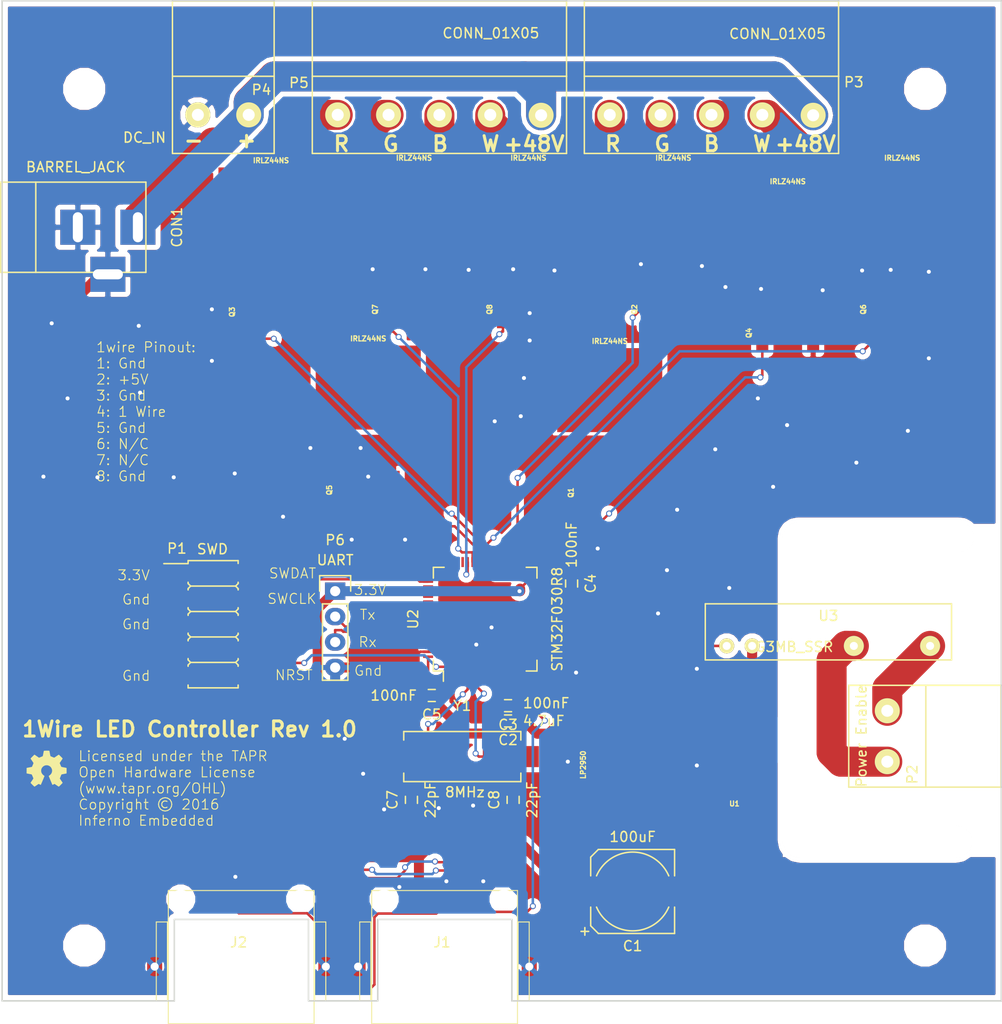
<source format=kicad_pcb>
(kicad_pcb (version 4) (host pcbnew 4.0.4-stable)
  (title_block (title "1Wire LED Controller") (date 2016-11-13) (rev 1.0) (company "Inferno Embedded") (comment 1 "Licensed under the TAPR Open Hardware License (www.tapr.org/OHL)") (comment 2 "Copyright © 2016 Inferno Embedded"))
  (layers (0 F.Cu signal) (31 B.Cu signal) (34 B.Paste user) (35 F.Paste user) (36 B.SilkS user) (37 F.SilkS user) (38 B.Mask user) (39 F.Mask user) (44 Edge.Cuts user))
  (net 0 "")
  (net 1 +5V)
  (net 2 GND)
  (net 3 +3V3)
  (net 4 "Net-(C7-Pad2)")
  (net 5 "Net-(C8-Pad2)")
  (net 6 +48V)
  (net 7 "Net-(J1-Pad7)")
  (net 8 "Net-(J1-Pad6)")
  (net 9 /1W-DATA)
  (net 10 /PWM_Driver/SWDAT)
  (net 11 /PWM_Driver/SWCLK)
  (net 12 "Net-(P1-Pad10)")
  (net 13 "Net-(P2-Pad1)")
  (net 14 "Net-(P3-Pad1)")
  (net 15 "Net-(P3-Pad2)")
  (net 16 "Net-(P3-Pad3)")
  (net 17 "Net-(P3-Pad4)")
  (net 18 "Net-(P5-Pad1)")
  (net 19 "Net-(P5-Pad2)")
  (net 20 "Net-(P5-Pad3)")
  (net 21 "Net-(P5-Pad4)")
  (net 22 "Net-(P6-Pad2)")
  (net 23 "Net-(P6-Pad3)")
  (net 24 "Net-(Q1-Pad1)")
  (net 25 "Net-(Q2-Pad1)")
  (net 26 "Net-(Q3-Pad1)")
  (net 27 "Net-(Q4-Pad1)")
  (net 28 "Net-(Q5-Pad1)")
  (net 29 "Net-(Q6-Pad1)")
  (net 30 "Net-(Q7-Pad1)")
  (net 31 "Net-(Q8-Pad1)")
  (net 32 "Net-(P2-Pad2)")
  (net 33 "Net-(U2-Pad18)")
  (module Housings_QFP:LQFP-64_10x10mm_Pitch0.5mm (layer F.Cu) (at 178.054 122.428 90)
    (fp_text reference U2 (at 0 -7.2 90) (layer F.SilkS))
    (fp_text value STM32F030R8 (at 0 7.2 90) (layer F.SilkS))
    (pad 1 smd rect (at -5.7 -3.75 90) (size 1 0.25) (layers F.Cu F.Paste F.Mask) (net 3 +3V3))
    (pad 2 smd rect (at -5.7 -3.25 90) (size 1 0.25) (layers F.Cu F.Paste F.Mask))
    (pad 3 smd rect (at -5.7 -2.75 90) (size 1 0.25) (layers F.Cu F.Paste F.Mask))
    (pad 4 smd rect (at -5.7 -2.25 90) (size 1 0.25) (layers F.Cu F.Paste F.Mask))
    (pad 5 smd rect (at -5.7 -1.75 90) (size 1 0.25) (layers F.Cu F.Paste F.Mask) (net 4 "Net-(C7-Pad2)"))
    (pad 6 smd rect (at -5.7 -1.25 90) (size 1 0.25) (layers F.Cu F.Paste F.Mask) (net 5 "Net-(C8-Pad2)"))
    (pad 7 smd rect (at -5.7 -0.75 90) (size 1 0.25) (layers F.Cu F.Paste F.Mask) (net 12 "Net-(P1-Pad10)"))
    (pad 8 smd rect (at -5.7 -0.25 90) (size 1 0.25) (layers F.Cu F.Paste F.Mask))
    (pad 9 smd rect (at -5.7 0.25 90) (size 1 0.25) (layers F.Cu F.Paste F.Mask))
    (pad 10 smd rect (at -5.7 0.75 90) (size 1 0.25) (layers F.Cu F.Paste F.Mask))
    (pad 11 smd rect (at -5.7 1.25 90) (size 1 0.25) (layers F.Cu F.Paste F.Mask))
    (pad 12 smd rect (at -5.7 1.75 90) (size 1 0.25) (layers F.Cu F.Paste F.Mask) (net 2 GND))
    (pad 13 smd rect (at -5.7 2.25 90) (size 1 0.25) (layers F.Cu F.Paste F.Mask) (net 3 +3V3))
    (pad 14 smd rect (at -5.7 2.75 90) (size 1 0.25) (layers F.Cu F.Paste F.Mask))
    (pad 15 smd rect (at -5.7 3.25 90) (size 1 0.25) (layers F.Cu F.Paste F.Mask))
    (pad 16 smd rect (at -5.7 3.75 90) (size 1 0.25) (layers F.Cu F.Paste F.Mask))
    (pad 17 smd rect (at -3.75 5.7 180) (size 1 0.25) (layers F.Cu F.Paste F.Mask))
    (pad 18 smd rect (at -3.25 5.7 180) (size 1 0.25) (layers F.Cu F.Paste F.Mask) (net 33 "Net-(U2-Pad18)"))
    (pad 19 smd rect (at -2.75 5.7 180) (size 1 0.25) (layers F.Cu F.Paste F.Mask))
    (pad 20 smd rect (at -2.25 5.7 180) (size 1 0.25) (layers F.Cu F.Paste F.Mask))
    (pad 21 smd rect (at -1.75 5.7 180) (size 1 0.25) (layers F.Cu F.Paste F.Mask))
    (pad 22 smd rect (at -1.25 5.7 180) (size 1 0.25) (layers F.Cu F.Paste F.Mask))
    (pad 23 smd rect (at -0.75 5.7 180) (size 1 0.25) (layers F.Cu F.Paste F.Mask))
    (pad 24 smd rect (at -0.25 5.7 180) (size 1 0.25) (layers F.Cu F.Paste F.Mask))
    (pad 25 smd rect (at 0.25 5.7 180) (size 1 0.25) (layers F.Cu F.Paste F.Mask))
    (pad 26 smd rect (at 0.75 5.7 180) (size 1 0.25) (layers F.Cu F.Paste F.Mask))
    (pad 27 smd rect (at 1.25 5.7 180) (size 1 0.25) (layers F.Cu F.Paste F.Mask))
    (pad 28 smd rect (at 1.75 5.7 180) (size 1 0.25) (layers F.Cu F.Paste F.Mask) (net 9 /1W-DATA))
    (pad 29 smd rect (at 2.25 5.7 180) (size 1 0.25) (layers F.Cu F.Paste F.Mask))
    (pad 30 smd rect (at 2.75 5.7 180) (size 1 0.25) (layers F.Cu F.Paste F.Mask))
    (pad 31 smd rect (at 3.25 5.7 180) (size 1 0.25) (layers F.Cu F.Paste F.Mask) (net 2 GND))
    (pad 32 smd rect (at 3.75 5.7 180) (size 1 0.25) (layers F.Cu F.Paste F.Mask) (net 3 +3V3))
    (pad 33 smd rect (at 5.7 3.75 90) (size 1 0.25) (layers F.Cu F.Paste F.Mask))
    (pad 34 smd rect (at 5.7 3.25 90) (size 1 0.25) (layers F.Cu F.Paste F.Mask))
    (pad 35 smd rect (at 5.7 2.75 90) (size 1 0.25) (layers F.Cu F.Paste F.Mask))
    (pad 36 smd rect (at 5.7 2.25 90) (size 1 0.25) (layers F.Cu F.Paste F.Mask))
    (pad 37 smd rect (at 5.7 1.75 90) (size 1 0.25) (layers F.Cu F.Paste F.Mask) (net 24 "Net-(Q1-Pad1)"))
    (pad 38 smd rect (at 5.7 1.25 90) (size 1 0.25) (layers F.Cu F.Paste F.Mask) (net 25 "Net-(Q2-Pad1)"))
    (pad 39 smd rect (at 5.7 0.75 90) (size 1 0.25) (layers F.Cu F.Paste F.Mask) (net 27 "Net-(Q4-Pad1)"))
    (pad 40 smd rect (at 5.7 0.25 90) (size 1 0.25) (layers F.Cu F.Paste F.Mask) (net 29 "Net-(Q6-Pad1)"))
    (pad 41 smd rect (at 5.7 -0.25 90) (size 1 0.25) (layers F.Cu F.Paste F.Mask) (net 26 "Net-(Q3-Pad1)"))
    (pad 42 smd rect (at 5.7 -0.75 90) (size 1 0.25) (layers F.Cu F.Paste F.Mask) (net 28 "Net-(Q5-Pad1)"))
    (pad 43 smd rect (at 5.7 -1.25 90) (size 1 0.25) (layers F.Cu F.Paste F.Mask) (net 30 "Net-(Q7-Pad1)"))
    (pad 44 smd rect (at 5.7 -1.75 90) (size 1 0.25) (layers F.Cu F.Paste F.Mask) (net 31 "Net-(Q8-Pad1)"))
    (pad 45 smd rect (at 5.7 -2.25 90) (size 1 0.25) (layers F.Cu F.Paste F.Mask))
    (pad 46 smd rect (at 5.7 -2.75 90) (size 1 0.25) (layers F.Cu F.Paste F.Mask) (net 10 /PWM_Driver/SWDAT))
    (pad 47 smd rect (at 5.7 -3.25 90) (size 1 0.25) (layers F.Cu F.Paste F.Mask))
    (pad 48 smd rect (at 5.7 -3.75 90) (size 1 0.25) (layers F.Cu F.Paste F.Mask))
    (pad 49 smd rect (at 3.75 -5.7 180) (size 1 0.25) (layers F.Cu F.Paste F.Mask) (net 11 /PWM_Driver/SWCLK))
    (pad 50 smd rect (at 3.25 -5.7 180) (size 1 0.25) (layers F.Cu F.Paste F.Mask))
    (pad 51 smd rect (at 2.75 -5.7 180) (size 1 0.25) (layers F.Cu F.Paste F.Mask))
    (pad 52 smd rect (at 2.25 -5.7 180) (size 1 0.25) (layers F.Cu F.Paste F.Mask))
    (pad 53 smd rect (at 1.75 -5.7 180) (size 1 0.25) (layers F.Cu F.Paste F.Mask))
    (pad 54 smd rect (at 1.25 -5.7 180) (size 1 0.25) (layers F.Cu F.Paste F.Mask))
    (pad 55 smd rect (at 0.75 -5.7 180) (size 1 0.25) (layers F.Cu F.Paste F.Mask))
    (pad 56 smd rect (at 0.25 -5.7 180) (size 1 0.25) (layers F.Cu F.Paste F.Mask))
    (pad 57 smd rect (at -0.25 -5.7 180) (size 1 0.25) (layers F.Cu F.Paste F.Mask))
    (pad 58 smd rect (at -0.75 -5.7 180) (size 1 0.25) (layers F.Cu F.Paste F.Mask) (net 22 "Net-(P6-Pad2)"))
    (pad 59 smd rect (at -1.25 -5.7 180) (size 1 0.25) (layers F.Cu F.Paste F.Mask) (net 23 "Net-(P6-Pad3)"))
    (pad 60 smd rect (at -1.75 -5.7 180) (size 1 0.25) (layers F.Cu F.Paste F.Mask) (net 2 GND))
    (pad 61 smd rect (at -2.25 -5.7 180) (size 1 0.25) (layers F.Cu F.Paste F.Mask))
    (pad 62 smd rect (at -2.75 -5.7 180) (size 1 0.25) (layers F.Cu F.Paste F.Mask))
    (pad 63 smd rect (at -3.25 -5.7 180) (size 1 0.25) (layers F.Cu F.Paste F.Mask) (net 2 GND))
    (pad 64 smd rect (at -3.75 -5.7 180) (size 1 0.25) (layers F.Cu F.Paste F.Mask) (net 3 +3V3))
  )
  (module kicad-open-modules:D2PAK (layer F.Cu) (at 208.28 83.6295)
    (fp_text reference Q4 (at -3.87858 10.23366 90) (layer F.SilkS) (effects (font (size 0.5 0.5) (thickness 0.125))))
    (fp_text value IRLZ44NS (at 0.00254 -4.88188) (layer F.SilkS) (effects (font (size 0.5 0.5) (thickness 0.125))))
    (pad 3 smd rect (at 2.54 10.213) (size 1.2 3.8) (layers F.Cu F.Paste F.Mask) (net 2 GND))
    (pad 1 smd rect (at -2.54 10.213) (size 1.2 3.8) (layers F.Cu F.Paste F.Mask) (net 27 "Net-(Q4-Pad1)"))
    (pad 2 smd rect (at 0 0) (size 10.49 8.38) (layers F.Cu F.Paste F.Mask) (net 16 "Net-(P3-Pad3)"))
  )
  (module Pin_Headers:Pin_Header_Straight_SMT_02x05 (layer F.Cu) (at 150.876 122.936 270)
    (fp_text reference P1 (at -7.5565 3.6195 360) (layer F.SilkS))
    (fp_text value SWD (at -7.493 0.0635 360) (layer F.SilkS))
    (pad 1 smd rect (at -5.08 3.2 270) (size 1.27 3.6) (layers F.Cu F.Paste F.Mask) (net 3 +3V3))
    (pad 3 smd rect (at -2.54 3.2 270) (size 1.27 3.6) (layers F.Cu F.Paste F.Mask) (net 2 GND))
    (pad 5 smd rect (at 0 3.2 270) (size 1.27 3.6) (layers F.Cu F.Paste F.Mask) (net 2 GND))
    (pad 7 smd rect (at 2.54 3.2 270) (size 1.27 3.6) (layers F.Cu F.Paste F.Mask))
    (pad 8 smd rect (at 2.54 -3.2 270) (size 1.27 3.6) (layers F.Cu F.Paste F.Mask))
    (pad 6 smd rect (at 0 -3.2 270) (size 1.27 3.6) (layers F.Cu F.Paste F.Mask))
    (pad 4 smd rect (at -2.54 -3.2 270) (size 1.27 3.6) (layers F.Cu F.Paste F.Mask) (net 11 /PWM_Driver/SWCLK))
    (pad 2 smd rect (at -5.08 -3.2 270) (size 1.27 3.6) (layers F.Cu F.Paste F.Mask) (net 10 /PWM_Driver/SWDAT))
    (pad 9 smd rect (at 5.08 3.2 270) (size 1.27 3.6) (layers F.Cu F.Paste F.Mask) (net 2 GND))
    (pad 10 smd rect (at 5.08 -3.2 270) (size 1.27 3.6) (layers F.Cu F.Paste F.Mask) (net 12 "Net-(P1-Pad10)"))
  )
  (module RJ45:RJ45-ChinaSMD (layer F.Cu) (at 161.036 149.606 180)
    (fp_text reference J2 (at 7.61 -5.08 180) (layer F.SilkS))
    (fp_text value RJ45)
    (pad 9 smd rect (at 16 -7.5 180) (size 1.5 4) (layers F.Cu F.Paste F.Mask) (net 2 GND))
    (pad 9 thru_hole circle (at 16 -7.5 180) (size 0.9 0.9) (drill 0.8) (layers *.Cu *.Mask) (net 2 GND))
    (pad "" np_thru_hole circle (at 13.4 -0.76 180) (size 1.9 1.9) (drill 1.9) (layers *.Cu *.Mask))
    (pad "" np_thru_hole circle (at 1.41 -0.76 180) (size 1.9 1.9) (drill 1.9) (layers *.Cu *.Mask))
    (pad 8 smd rect (at 3.8 -0.52 180) (size 0.6 2.1) (layers F.Cu F.Paste F.Mask) (net 2 GND))
    (pad 7 smd rect (at 4.82 -0.52 180) (size 0.6 2.1) (layers F.Cu F.Paste F.Mask) (net 7 "Net-(J1-Pad7)"))
    (pad 6 smd rect (at 5.84 -0.52 180) (size 0.6 2.1) (layers F.Cu F.Paste F.Mask) (net 8 "Net-(J1-Pad6)"))
    (pad 5 smd rect (at 6.86 -0.52 180) (size 0.6 2.1) (layers F.Cu F.Paste F.Mask) (net 2 GND))
    (pad 4 smd rect (at 7.88 -0.52 180) (size 0.6 2.1) (layers F.Cu F.Paste F.Mask) (net 9 /1W-DATA))
    (pad 3 smd rect (at 8.9 -0.52 180) (size 0.6 2.1) (layers F.Cu F.Paste F.Mask) (net 2 GND))
    (pad 2 smd rect (at 9.92 -0.52 180) (size 0.6 2.1) (layers F.Cu F.Paste F.Mask) (net 1 +5V))
    (pad 1 smd rect (at 10.94 -0.52 180) (size 0.6 2.1) (layers F.Cu F.Paste F.Mask) (net 2 GND))
    (pad 9 thru_hole circle (at -1.1 -7.5 180) (size 0.9 0.9) (drill 0.8) (layers *.Cu *.Mask) (net 2 GND))
    (pad 9 smd rect (at -1.1 -7.5 180) (size 1.5 4) (layers F.Cu F.Paste F.Mask) (net 2 GND))
  )
  (module kicad-open-modules:D2PAK (layer F.Cu) (at 192.7225 136.9695 90)
    (fp_text reference U1 (at -3.87858 10.23366 180) (layer F.SilkS) (effects (font (size 0.5 0.5) (thickness 0.125))))
    (fp_text value LP2950 (at 0.00254 -4.88188 90) (layer F.SilkS) (effects (font (size 0.5 0.5) (thickness 0.125))))
    (pad 3 smd rect (at 2.54 10.213 90) (size 1.2 3.8) (layers F.Cu F.Paste F.Mask) (net 3 +3V3))
    (pad 1 smd rect (at -2.54 10.213 90) (size 1.2 3.8) (layers F.Cu F.Paste F.Mask) (net 1 +5V))
    (pad 2 smd rect (at 0 0 90) (size 10.49 8.38) (layers F.Cu F.Paste F.Mask) (net 2 GND))
  )
  (module kicad-open-modules:D2PAK (layer F.Cu) (at 182.372 81.28)
    (fp_text reference Q8 (at -3.87858 10.23366 90) (layer F.SilkS) (effects (font (size 0.5 0.5) (thickness 0.125))))
    (fp_text value IRLZ44NS (at 0.00254 -4.88188) (layer F.SilkS) (effects (font (size 0.5 0.5) (thickness 0.125))))
    (pad 3 smd rect (at 2.54 10.213) (size 1.2 3.8) (layers F.Cu F.Paste F.Mask) (net 2 GND))
    (pad 1 smd rect (at -2.54 10.213) (size 1.2 3.8) (layers F.Cu F.Paste F.Mask) (net 31 "Net-(Q8-Pad1)"))
    (pad 2 smd rect (at 0 0) (size 10.49 8.38) (layers F.Cu F.Paste F.Mask) (net 21 "Net-(P5-Pad4)"))
  )
  (module Connect:BARREL_JACK (layer F.Cu) (at 137.16 83.312)
    (fp_text reference CON1 (at 10.09904 0 90) (layer F.SilkS))
    (fp_text value BARREL_JACK (at 0 -5.99948) (layer F.SilkS))
    (pad 1 thru_hole rect (at 6.20014 0) (size 3.50012 3.50012) (drill oval 1.00076 2.99974) (layers *.Cu *.Mask) (net 6 +48V))
    (pad 2 thru_hole rect (at 0.20066 0) (size 3.50012 3.50012) (drill oval 1.00076 2.99974) (layers *.Cu *.Mask) (net 2 GND))
    (pad 3 thru_hole rect (at 3.2004 4.699) (size 3.50012 3.50012) (drill oval 2.99974 1.00076) (layers *.Cu *.Mask) (net 2 GND))
  )
  (module 2EDCK-Screw-Connectors:2EDCK-5.08-2PIN (layer F.Cu) (at 214.376 129.032 270)
    (fp_text reference P2 (at 8.89 -6.35 270) (layer F.SilkS))
    (fp_text value "Power Enable" (at 5.08 -1.27 270) (layer F.SilkS))
    (pad 1 thru_hole circle (at 2.54 -3.85 270) (size 2.5 2.5) (drill 1.2) (layers *.Cu *.Mask F.SilkS) (net 13 "Net-(P2-Pad1)"))
    (pad 2 thru_hole circle (at 7.62 -3.85 270) (size 2.5 2.5) (drill 1.2) (layers *.Cu *.Mask F.SilkS) (net 32 "Net-(P2-Pad2)"))
  )
  (module Mounting_Holes:MountingHole_3.2mm_M3 (layer F.Cu) (at 138 155)
    (fp_text reference REF3 hide)
    (fp_text value MountingHole_3.2mm_M3 hide)
    (pad 1 np_thru_hole circle (at 0 0) (size 3.2 3.2) (drill 3.2) (layers *.Cu *.Mask))
  )
  (module Mounting_Holes:MountingHole_3.2mm_M3 (layer F.Cu) (at 222 155)
    (fp_text reference REF4 hide)
    (fp_text value MountingHole_3.2mm_M3 hide)
    (pad 1 np_thru_hole circle (at 0 0) (size 3.2 3.2) (drill 3.2) (layers *.Cu *.Mask))
  )
  (module Mounting_Holes:MountingHole_3.2mm_M3 (layer F.Cu) (at 222 69.5)
    (fp_text reference REF2 hide)
    (fp_text value MountingHole_3.2mm_M3 hide)
    (pad 1 np_thru_hole circle (at 0 0) (size 3.2 3.2) (drill 3.2) (layers *.Cu *.Mask))
  )
  (module Capacitors_SMD:c_elec_8x6.7 (layer F.Cu) (at 192.786 149.606)
    (fp_text reference C1 (at 0 5.4483) (layer F.SilkS))
    (fp_text value 100uF (at 0 -5.4483) (layer F.SilkS))
    (fp_text user + (at -4.7752 3.9116) (layer F.SilkS))
    (pad 1 smd rect (at -3.05 0 180) (size 4 2.5) (layers F.Cu F.Paste F.Mask) (net 1 +5V))
    (pad 2 smd rect (at 3.05 0 180) (size 4 2.5) (layers F.Cu F.Paste F.Mask) (net 2 GND))
  )
  (module Capacitors_SMD:C_0603 (layer F.Cu) (at 180.34 132.588 180)
    (fp_text reference C2 (at 0 -1.9 180) (layer F.SilkS))
    (fp_text value 4.7uF (at -3.556 0 180) (layer F.SilkS))
    (pad 1 smd rect (at -0.75 0 180) (size 0.8 0.75) (layers F.Cu F.Paste F.Mask) (net 3 +3V3))
    (pad 2 smd rect (at 0.75 0 180) (size 0.8 0.75) (layers F.Cu F.Paste F.Mask) (net 2 GND))
  )
  (module Capacitors_SMD:C_0603 (layer F.Cu) (at 180.34 131.064 180)
    (fp_text reference C3 (at 0 -1.9 180) (layer F.SilkS))
    (fp_text value 100nF (at -3.81 0.254 180) (layer F.SilkS))
    (pad 1 smd rect (at -0.75 0 180) (size 0.8 0.75) (layers F.Cu F.Paste F.Mask) (net 3 +3V3))
    (pad 2 smd rect (at 0.75 0 180) (size 0.8 0.75) (layers F.Cu F.Paste F.Mask) (net 2 GND))
  )
  (module Capacitors_SMD:C_0603 (layer F.Cu) (at 186.69 118.872 270)
    (fp_text reference C4 (at 0 -1.9 270) (layer F.SilkS))
    (fp_text value 100nF (at -3.8735 0 270) (layer F.SilkS))
    (pad 1 smd rect (at -0.75 0 270) (size 0.8 0.75) (layers F.Cu F.Paste F.Mask) (net 3 +3V3))
    (pad 2 smd rect (at 0.75 0 270) (size 0.8 0.75) (layers F.Cu F.Paste F.Mask) (net 2 GND))
  )
  (module Capacitors_SMD:C_0603 (layer F.Cu) (at 172.72 130.048 180)
    (fp_text reference C5 (at 0 -1.9 180) (layer F.SilkS))
    (fp_text value 100nF (at 3.81 0 180) (layer F.SilkS))
    (pad 1 smd rect (at -0.75 0 180) (size 0.8 0.75) (layers F.Cu F.Paste F.Mask) (net 3 +3V3))
    (pad 2 smd rect (at 0.75 0 180) (size 0.8 0.75) (layers F.Cu F.Paste F.Mask) (net 2 GND))
  )
  (module Capacitors_SMD:C_0603 (layer F.Cu) (at 170.688 140.462 90)
    (fp_text reference C7 (at 0 -1.9 90) (layer F.SilkS))
    (fp_text value 22pF (at 0 1.9 90) (layer F.SilkS))
    (pad 1 smd rect (at -0.75 0 90) (size 0.8 0.75) (layers F.Cu F.Paste F.Mask) (net 2 GND))
    (pad 2 smd rect (at 0.75 0 90) (size 0.8 0.75) (layers F.Cu F.Paste F.Mask) (net 4 "Net-(C7-Pad2)"))
  )
  (module Capacitors_SMD:C_0603 (layer F.Cu) (at 180.848 140.462 90)
    (fp_text reference C8 (at 0 -1.9 90) (layer F.SilkS))
    (fp_text value 22pF (at 0 1.9 90) (layer F.SilkS))
    (pad 1 smd rect (at -0.75 0 90) (size 0.8 0.75) (layers F.Cu F.Paste F.Mask) (net 2 GND))
    (pad 2 smd rect (at 0.75 0 90) (size 0.8 0.75) (layers F.Cu F.Paste F.Mask) (net 5 "Net-(C8-Pad2)"))
  )
  (module RJ45:RJ45-ChinaSMD (layer F.Cu) (at 181.356 149.606 180)
    (fp_text reference J1 (at 7.61 -5.08 180) (layer F.SilkS))
    (fp_text value RJ45)
    (pad 9 smd rect (at 16 -7.5 180) (size 1.5 4) (layers F.Cu F.Paste F.Mask) (net 2 GND))
    (pad 9 thru_hole circle (at 16 -7.5 180) (size 0.9 0.9) (drill 0.8) (layers *.Cu *.Mask) (net 2 GND))
    (pad "" np_thru_hole circle (at 13.4 -0.76 180) (size 1.9 1.9) (drill 1.9) (layers *.Cu *.Mask))
    (pad "" np_thru_hole circle (at 1.41 -0.76 180) (size 1.9 1.9) (drill 1.9) (layers *.Cu *.Mask))
    (pad 8 smd rect (at 3.8 -0.52 180) (size 0.6 2.1) (layers F.Cu F.Paste F.Mask) (net 2 GND))
    (pad 7 smd rect (at 4.82 -0.52 180) (size 0.6 2.1) (layers F.Cu F.Paste F.Mask) (net 7 "Net-(J1-Pad7)"))
    (pad 6 smd rect (at 5.84 -0.52 180) (size 0.6 2.1) (layers F.Cu F.Paste F.Mask) (net 8 "Net-(J1-Pad6)"))
    (pad 5 smd rect (at 6.86 -0.52 180) (size 0.6 2.1) (layers F.Cu F.Paste F.Mask) (net 2 GND))
    (pad 4 smd rect (at 7.88 -0.52 180) (size 0.6 2.1) (layers F.Cu F.Paste F.Mask) (net 9 /1W-DATA))
    (pad 3 smd rect (at 8.9 -0.52 180) (size 0.6 2.1) (layers F.Cu F.Paste F.Mask) (net 2 GND))
    (pad 2 smd rect (at 9.92 -0.52 180) (size 0.6 2.1) (layers F.Cu F.Paste F.Mask) (net 1 +5V))
    (pad 1 smd rect (at 10.94 -0.52 180) (size 0.6 2.1) (layers F.Cu F.Paste F.Mask) (net 2 GND))
    (pad 9 thru_hole circle (at -1.1 -7.5 180) (size 0.9 0.9) (drill 0.8) (layers *.Cu *.Mask) (net 2 GND))
    (pad 9 smd rect (at -1.1 -7.5 180) (size 1.5 4) (layers F.Cu F.Paste F.Mask) (net 2 GND))
  )
  (module 2EDCK-Screw-Connectors:2EDCK-5.08-5PIN (layer F.Cu) (at 187.96 75.946)
    (fp_text reference P3 (at 26.924 -7.112) (layer F.SilkS))
    (fp_text value CONN_01X05 (at 19.304 -11.938) (layer F.SilkS))
    (pad 1 thru_hole circle (at 2.54 -3.85) (size 2.5 2.5) (drill 1.2) (layers *.Cu *.Mask F.SilkS) (net 14 "Net-(P3-Pad1)"))
    (pad 2 thru_hole circle (at 7.62 -3.85) (size 2.5 2.5) (drill 1.2) (layers *.Cu *.Mask F.SilkS) (net 15 "Net-(P3-Pad2)"))
    (pad 3 thru_hole circle (at 12.7 -3.85) (size 2.5 2.5) (drill 1.2) (layers *.Cu *.Mask F.SilkS) (net 16 "Net-(P3-Pad3)"))
    (pad 4 thru_hole circle (at 17.78 -3.85) (size 2.5 2.5) (drill 1.2) (layers *.Cu *.Mask F.SilkS) (net 17 "Net-(P3-Pad4)"))
    (pad 5 thru_hole circle (at 22.86 -3.81) (size 2.5 2.5) (drill 1.2) (layers *.Cu *.Mask F.SilkS) (net 6 +48V))
  )
  (module 2EDCK-Screw-Connectors:2EDCK-5.08-2PIN (layer F.Cu) (at 146.812 75.946)
    (fp_text reference P4 (at 8.89 -6.35) (layer F.SilkS))
    (fp_text value DC_IN (at -2.794 -1.5875) (layer F.SilkS))
    (pad 1 thru_hole circle (at 2.54 -3.85) (size 2.5 2.5) (drill 1.2) (layers *.Cu *.Mask F.SilkS) (net 2 GND))
    (pad 2 thru_hole circle (at 7.62 -3.85) (size 2.5 2.5) (drill 1.2) (layers *.Cu *.Mask F.SilkS) (net 6 +48V))
  )
  (module 2EDCK-Screw-Connectors:2EDCK-5.08-5PIN (layer F.Cu) (at 160.782 75.946)
    (fp_text reference P5 (at -1.3335 -7.0485) (layer F.SilkS))
    (fp_text value CONN_01X05 (at 17.8435 -12.0015) (layer F.SilkS))
    (pad 1 thru_hole circle (at 2.54 -3.85) (size 2.5 2.5) (drill 1.2) (layers *.Cu *.Mask F.SilkS) (net 18 "Net-(P5-Pad1)"))
    (pad 2 thru_hole circle (at 7.62 -3.85) (size 2.5 2.5) (drill 1.2) (layers *.Cu *.Mask F.SilkS) (net 19 "Net-(P5-Pad2)"))
    (pad 3 thru_hole circle (at 12.7 -3.85) (size 2.5 2.5) (drill 1.2) (layers *.Cu *.Mask F.SilkS) (net 20 "Net-(P5-Pad3)"))
    (pad 4 thru_hole circle (at 17.78 -3.85) (size 2.5 2.5) (drill 1.2) (layers *.Cu *.Mask F.SilkS) (net 21 "Net-(P5-Pad4)"))
    (pad 5 thru_hole circle (at 22.86 -3.81) (size 2.5 2.5) (drill 1.2) (layers *.Cu *.Mask F.SilkS) (net 6 +48V))
  )
  (module Pin_Headers:Pin_Header_Straight_1x04 (layer F.Cu) (at 163.068 119.634)
    (fp_text reference P6 (at 0 -5.1) (layer F.SilkS))
    (fp_text value UART (at 0 -3.1) (layer F.SilkS))
    (pad 1 thru_hole rect (at 0 0) (size 2.032 1.7272) (drill 1.016) (layers *.Cu *.Mask) (net 3 +3V3))
    (pad 2 thru_hole oval (at 0 2.54) (size 2.032 1.7272) (drill 1.016) (layers *.Cu *.Mask) (net 22 "Net-(P6-Pad2)"))
    (pad 3 thru_hole oval (at 0 5.08) (size 2.032 1.7272) (drill 1.016) (layers *.Cu *.Mask) (net 23 "Net-(P6-Pad3)"))
    (pad 4 thru_hole oval (at 0 7.62) (size 2.032 1.7272) (drill 1.016) (layers *.Cu *.Mask) (net 2 GND))
  )
  (module kicad-open-modules:D2PAK (layer F.Cu) (at 190.5 99.568)
    (fp_text reference Q1 (at -3.87858 10.23366 90) (layer F.SilkS) (effects (font (size 0.5 0.5) (thickness 0.125))))
    (fp_text value IRLZ44NS (at 0.00254 -4.88188) (layer F.SilkS) (effects (font (size 0.5 0.5) (thickness 0.125))))
    (pad 3 smd rect (at 2.54 10.213) (size 1.2 3.8) (layers F.Cu F.Paste F.Mask) (net 2 GND))
    (pad 1 smd rect (at -2.54 10.213) (size 1.2 3.8) (layers F.Cu F.Paste F.Mask) (net 24 "Net-(Q1-Pad1)"))
    (pad 2 smd rect (at 0 0) (size 10.49 8.38) (layers F.Cu F.Paste F.Mask) (net 14 "Net-(P3-Pad1)"))
  )
  (module kicad-open-modules:D2PAK (layer F.Cu) (at 196.85 81.28)
    (fp_text reference Q2 (at -3.87858 10.23366 90) (layer F.SilkS) (effects (font (size 0.5 0.5) (thickness 0.125))))
    (fp_text value IRLZ44NS (at 0.00254 -4.88188) (layer F.SilkS) (effects (font (size 0.5 0.5) (thickness 0.125))))
    (pad 3 smd rect (at 2.54 10.213) (size 1.2 3.8) (layers F.Cu F.Paste F.Mask) (net 2 GND))
    (pad 1 smd rect (at -2.54 10.213) (size 1.2 3.8) (layers F.Cu F.Paste F.Mask) (net 25 "Net-(Q2-Pad1)"))
    (pad 2 smd rect (at 0 0) (size 10.49 8.38) (layers F.Cu F.Paste F.Mask) (net 15 "Net-(P3-Pad2)"))
  )
  (module kicad-open-modules:D2PAK (layer F.Cu) (at 156.654 81.534)
    (fp_text reference Q3 (at -3.87858 10.23366 90) (layer F.SilkS) (effects (font (size 0.5 0.5) (thickness 0.125))))
    (fp_text value IRLZ44NS (at 0.00254 -4.88188) (layer F.SilkS) (effects (font (size 0.5 0.5) (thickness 0.125))))
    (pad 3 smd rect (at 2.54 10.213) (size 1.2 3.8) (layers F.Cu F.Paste F.Mask) (net 2 GND))
    (pad 1 smd rect (at -2.54 10.213) (size 1.2 3.8) (layers F.Cu F.Paste F.Mask) (net 26 "Net-(Q3-Pad1)"))
    (pad 2 smd rect (at 0 0) (size 10.49 8.38) (layers F.Cu F.Paste F.Mask) (net 18 "Net-(P5-Pad1)"))
  )
  (module kicad-open-modules:D2PAK (layer F.Cu) (at 166.37 99.314)
    (fp_text reference Q5 (at -3.87858 10.23366 90) (layer F.SilkS) (effects (font (size 0.5 0.5) (thickness 0.125))))
    (fp_text value IRLZ44NS (at 0.00254 -4.88188) (layer F.SilkS) (effects (font (size 0.5 0.5) (thickness 0.125))))
    (pad 3 smd rect (at 2.54 10.213) (size 1.2 3.8) (layers F.Cu F.Paste F.Mask) (net 2 GND))
    (pad 1 smd rect (at -2.54 10.213) (size 1.2 3.8) (layers F.Cu F.Paste F.Mask) (net 28 "Net-(Q5-Pad1)"))
    (pad 2 smd rect (at 0 0) (size 10.49 8.38) (layers F.Cu F.Paste F.Mask) (net 19 "Net-(P5-Pad2)"))
  )
  (module kicad-open-modules:D2PAK (layer F.Cu) (at 219.71 81.28)
    (fp_text reference Q6 (at -3.87858 10.23366 90) (layer F.SilkS) (effects (font (size 0.5 0.5) (thickness 0.125))))
    (fp_text value IRLZ44NS (at 0.00254 -4.88188) (layer F.SilkS) (effects (font (size 0.5 0.5) (thickness 0.125))))
    (pad 3 smd rect (at 2.54 10.213) (size 1.2 3.8) (layers F.Cu F.Paste F.Mask) (net 2 GND))
    (pad 1 smd rect (at -2.54 10.213) (size 1.2 3.8) (layers F.Cu F.Paste F.Mask) (net 29 "Net-(Q6-Pad1)"))
    (pad 2 smd rect (at 0 0) (size 10.49 8.38) (layers F.Cu F.Paste F.Mask) (net 17 "Net-(P3-Pad4)"))
  )
  (module kicad-open-modules:D2PAK (layer F.Cu) (at 170.942 81.28)
    (fp_text reference Q7 (at -3.87858 10.23366 90) (layer F.SilkS) (effects (font (size 0.5 0.5) (thickness 0.125))))
    (fp_text value IRLZ44NS (at 0.00254 -4.88188) (layer F.SilkS) (effects (font (size 0.5 0.5) (thickness 0.125))))
    (pad 3 smd rect (at 2.54 10.213) (size 1.2 3.8) (layers F.Cu F.Paste F.Mask) (net 2 GND))
    (pad 1 smd rect (at -2.54 10.213) (size 1.2 3.8) (layers F.Cu F.Paste F.Mask) (net 30 "Net-(Q7-Pad1)"))
    (pad 2 smd rect (at 0 0) (size 10.49 8.38) (layers F.Cu F.Paste F.Mask) (net 20 "Net-(P5-Pad3)"))
  )
  (module Crystals:Crystal_HC49-SD_SMD (layer F.Cu) (at 175.768 136.144)
    (fp_text reference Y1 (at 0 -5.08) (layer F.SilkS))
    (fp_text value 8MHz (at 0.254 3.556) (layer F.SilkS))
    (pad 1 smd rect (at -4.84886 0) (size 5.6007 2.10058) (layers F.Cu F.Paste F.Mask) (net 4 "Net-(C7-Pad2)"))
    (pad 2 smd rect (at 4.84886 0) (size 5.6007 2.10058) (layers F.Cu F.Paste F.Mask) (net 5 "Net-(C8-Pad2)"))
  )
  (module SSR:G3MB (layer F.Cu) (at 212.344 123.698)
    (fp_text reference U3 (at 0 -1.6) (layer F.SilkS))
    (fp_text value G3MB_SSR (at -3.4 1.5) (layer F.SilkS))
    (pad 4 thru_hole circle (at -10.16 1.4) (size 1.5 1.5) (drill 0.8) (layers *.Cu *.Mask F.SilkS) (net 33 "Net-(U2-Pad18)"))
    (pad 3 thru_hole circle (at -7.62 1.4) (size 1.5 1.5) (drill 0.8) (layers *.Cu *.Mask F.SilkS) (net 1 +5V))
    (pad 2 thru_hole circle (at 2.54 1.4) (size 2 2) (drill 0.8) (layers *.Cu *.Mask F.SilkS) (net 32 "Net-(P2-Pad2)"))
    (pad 1 thru_hole circle (at 10.16 1.4) (size 2 2) (drill 0.8) (layers *.Cu *.Mask F.SilkS) (net 13 "Net-(P2-Pad1)"))
  )
  (module Mounting_Holes:MountingHole_3.2mm_M3 (layer F.Cu) (at 138 69.5)
    (fp_text reference REF1 hide)
    (fp_text value MountingHole_3.2mm_M3 hide)
    (pad 1 np_thru_hole circle (at 0 0) (size 3.2 3.2) (drill 3.2) (layers *.Cu *.Mask))
  )
  (module "OSHW Logo:OSHW-logo_silkscreen-front_4mm" (layer F.Cu) (at 134.239 137.3505)
    (fp_text reference G*** hide)
    (fp_text value OSHW-logo_silkscreen-front_4mm hide)
  )
  (gr_text "1wire Pinout:\n1: Gnd\n2: +5V\n3: Gnd\n4: 1 Wire\n5: Gnd\n6: N/C\n7: N/C\n8: Gnd" (at 139.1285 101.727) (layer F.SilkS) (effects (font (size 1 1) (thickness 0.1)) (justify left)))
  (gr_text "1Wire LED Controller Rev 1.0" (at 148.5265 133.4135) (layer F.SilkS) (effects (font (size 1.5 1.5) (thickness 0.31))))
  (gr_text "Licensed under the TAPR\nOpen Hardware License\n(www.tapr.org/OHL)\nCopyright © 2016\nInferno Embedded " (at 137.3505 139.319) (layer F.SilkS) (effects (font (size 1 1) (thickness 0.1)) (justify left)))
  (gr_text Rx (at 166.3065 124.714) (layer F.SilkS) (effects (font (size 1 1) (thickness 0.1))))
  (gr_text Tx (at 166.3065 121.9835) (layer F.SilkS) (effects (font (size 1 1) (thickness 0.1))))
  (gr_text Gnd (at 166.37 127.5715) (layer F.SilkS) (effects (font (size 1 1) (thickness 0.1))))
  (gr_text 3.3V (at 166.5605 119.507) (layer F.SilkS) (effects (font (size 1 1) (thickness 0.1))))
  (gr_text NRST (at 158.9405 128.016) (layer F.SilkS) (effects (font (size 1 1) (thickness 0.1))))
  (gr_text SWCLK (at 158.75 120.396) (layer F.SilkS) (effects (font (size 1 1) (thickness 0.1))))
  (gr_text SWDAT (at 158.8135 117.856) (layer F.SilkS) (effects (font (size 1 1) (thickness 0.1))))
  (gr_text Gnd (at 143.1925 128.0795) (layer F.SilkS) (effects (font (size 1 1) (thickness 0.1))))
  (gr_text Gnd (at 143.1925 122.936) (layer F.SilkS) (effects (font (size 1 1) (thickness 0.1))))
  (gr_text Gnd (at 143.1925 120.4595) (layer F.SilkS) (effects (font (size 1 1) (thickness 0.1))))
  (gr_text 3.3V (at 142.9385 118.0465) (layer F.SilkS) (effects (font (size 1 1) (thickness 0.1))))
  (gr_text "-   +" (at 151.5745 74.6125) (layer F.SilkS) (effects (font (size 1.5 1.5) (thickness 0.3))))
  (gr_text "R   G   B   W" (at 198.3105 74.9935) (layer F.SilkS) (effects (font (size 1.5 1.5) (thickness 0.3))))
  (gr_text "R   G   B   W" (at 171.196 74.9935) (layer F.SilkS) (effects (font (size 1.5 1.5) (thickness 0.3))))
  (gr_text +48V (at 182.9435 74.9935) (layer F.SilkS) (effects (font (size 1.5 1.5) (thickness 0.3))))
  (gr_text +48V (at 210.058 74.9935) (layer F.SilkS) (effects (font (size 1.5 1.5) (thickness 0.3))))
  (gr_line (start 225.4885 115.697) (end 225.552 115.697) (angle 90) (layer Edge.Cuts) (width 0.001))
  (gr_line (start 225.1075 146.2405) (end 209.4865 146.2405) (angle 90) (layer Edge.Cuts) (width 0.001))
  (gr_arc (start 209.4865 144.526) (end 209.4865 146.2405) (angle 90) (layer Edge.Cuts) (width 0.001))
  (gr_arc (start 225.1075 144.653) (end 226.695 144.653) (angle 90) (layer Edge.Cuts) (width 0.001))
  (gr_arc (start 225.1075 144.653) (end 225.1075 143.0655) (angle 90) (layer Edge.Cuts) (width 0.001))
  (gr_line (start 210.82 115.824) (end 210.82 115.697) (angle 90) (layer Edge.Cuts) (width 0.001))
  (gr_arc (start 209.296 114.3) (end 207.772 114.3) (angle 90) (layer Edge.Cuts) (width 0.001))
  (gr_line (start 225.3615 115.697) (end 225.4885 115.697) (angle 90) (layer Edge.Cuts) (width 0.001))
  (gr_arc (start 225.425 114.2365) (end 226.8855 114.1095) (angle 90) (layer Edge.Cuts) (width 0.001))
  (gr_arc (start 225.425 114.2365) (end 225.298 112.776) (angle 90) (layer Edge.Cuts) (width 0.001))
  (gr_line (start 225.298 112.776) (end 209.296 112.776) (angle 90) (layer Edge.Cuts) (width 0.001))
  (gr_line (start 207.772 144.526) (end 207.772 114.3) (angle 90) (layer Edge.Cuts) (width 0.001))
  (gr_line (start 210.82 143.0655) (end 225.1075 143.0655) (angle 90) (layer Edge.Cuts) (width 0.001))
  (gr_line (start 210.82 115.824) (end 210.82 143.0655) (angle 90) (layer Edge.Cuts) (width 0.001))
  (gr_line (start 225.3615 115.697) (end 210.82 115.697) (angle 90) (layer Edge.Cuts) (width 0.001))
  (gr_line (start 180.721 160.528) (end 229.616 160.528) (angle 90) (layer Edge.Cuts) (width 0.15))
  (gr_line (start 180.721 152.4) (end 180.721 160.528) (angle 90) (layer Edge.Cuts) (width 0.15))
  (gr_line (start 167.3225 152.4) (end 180.721 152.4) (angle 90) (layer Edge.Cuts) (width 0.15))
  (gr_line (start 167.3225 160.528) (end 167.3225 152.4) (angle 90) (layer Edge.Cuts) (width 0.15))
  (gr_line (start 160.401 160.528) (end 167.3225 160.528) (angle 90) (layer Edge.Cuts) (width 0.15))
  (gr_line (start 160.401 152.4) (end 160.401 160.528) (angle 90) (layer Edge.Cuts) (width 0.15))
  (gr_line (start 147.0025 152.4) (end 160.401 152.4) (angle 90) (layer Edge.Cuts) (width 0.15))
  (gr_line (start 147.0025 160.528) (end 147.0025 152.4) (angle 90) (layer Edge.Cuts) (width 0.15))
  (gr_line (start 129.794 160.528) (end 147.0025 160.528) (angle 90) (layer Edge.Cuts) (width 0.15))
  (gr_line (start 129.794 160.528) (end 129.794 60.706) (angle 90) (layer Edge.Cuts) (width 0.15))
  (gr_line (start 229.616 60.706) (end 229.616 160.528) (angle 90) (layer Edge.Cuts) (width 0.15))
  (gr_line (start 129.794 60.706) (end 229.616 60.706) (angle 90) (layer Edge.Cuts) (width 0.15))
  (segment (start 189.736 149.606) (end 186.436 149.606) (width 1) (layer F.Cu) (net 1))
  (segment (start 172.709 144.907) (end 171.436 146.18) (width 1) (layer F.Cu) (net 1))
  (segment (start 181.737 144.907) (end 172.709 144.907) (width 1) (layer F.Cu) (net 1))
  (segment (start 186.436 149.606) (end 181.737 144.907) (width 1) (layer F.Cu) (net 1))
  (segment (start 189.736 149.606) (end 189.736 149.1) (width 1) (layer F.Cu) (net 1))
  (segment (start 189.736 149.1) (end 194.31 144.526) (width 1) (layer F.Cu) (net 1))
  (segment (start 194.31 144.526) (end 197.919 144.526) (width 1) (layer F.Cu) (net 1))
  (segment (start 197.919 144.526) (end 202.9355 139.5095) (width 1) (layer F.Cu) (net 1))
  (segment (start 204.724 125.098) (end 204.724 131.2545) (width 1) (layer F.Cu) (net 1))
  (segment (start 206.121 136.324) (end 202.9355 139.5095) (width 1) (layer F.Cu) (net 1))
  (segment (start 206.121 132.6515) (end 206.121 136.324) (width 1) (layer F.Cu) (net 1))
  (segment (start 204.724 131.2545) (end 206.121 132.6515) (width 1) (layer F.Cu) (net 1))
  (segment (start 171.436 150.126) (end 171.436 146.18) (width 1) (layer F.Cu) (net 1))
  (segment (start 151.116 148.376) (end 151.116 150.126) (width 1) (layer F.Cu) (net 1))
  (segment (start 171.436 146.18) (end 153.312 146.18) (width 1) (layer F.Cu) (net 1))
  (segment (start 153.312 146.18) (end 151.116 148.376) (width 1) (layer F.Cu) (net 1))
  (segment (start 180.848 141.212) (end 177.026 141.212) (width 0.25) (layer F.Cu) (net 2))
  (segment (start 164.0205 134.366) (end 163.068 134.366) (width 0.25) (layer B.Cu) (net 2))
  (via (at 164.0205 134.366) (size 0.6) (drill 0.4) (layers F.Cu B.Cu) (net 2))
  (segment (start 164.0205 136.017) (end 164.0205 134.366) (width 0.25) (layer F.Cu) (net 2))
  (segment (start 165.862 137.8585) (end 164.0205 136.017) (width 0.25) (layer F.Cu) (net 2))
  (via (at 165.862 137.8585) (size 0.6) (drill 0.4) (layers F.Cu B.Cu) (net 2))
  (segment (start 165.862 139.319) (end 165.862 137.8585) (width 0.25) (layer B.Cu) (net 2))
  (segment (start 167.9575 141.4145) (end 165.862 139.319) (width 0.25) (layer B.Cu) (net 2))
  (via (at 167.9575 141.4145) (size 0.6) (drill 0.4) (layers F.Cu B.Cu) (net 2))
  (segment (start 167.9575 141.859) (end 167.9575 141.4145) (width 0.25) (layer F.Cu) (net 2))
  (segment (start 168.656 142.5575) (end 167.9575 141.859) (width 0.25) (layer F.Cu) (net 2))
  (segment (start 170.688 142.5575) (end 168.656 142.5575) (width 0.25) (layer F.Cu) (net 2))
  (segment (start 172.1485 142.5575) (end 170.688 142.5575) (width 0.25) (layer F.Cu) (net 2))
  (segment (start 173.4185 141.2875) (end 172.1485 142.5575) (width 0.25) (layer F.Cu) (net 2))
  (via (at 173.4185 141.2875) (size 0.6) (drill 0.4) (layers F.Cu B.Cu) (net 2))
  (segment (start 176.5935 141.2875) (end 173.4185 141.2875) (width 0.25) (layer B.Cu) (net 2))
  (segment (start 176.8475 141.0335) (end 176.5935 141.2875) (width 0.25) (layer B.Cu) (net 2))
  (via (at 176.8475 141.0335) (size 0.6) (drill 0.4) (layers F.Cu B.Cu) (net 2))
  (segment (start 177.026 141.212) (end 176.8475 141.0335) (width 0.25) (layer F.Cu) (net 2))
  (segment (start 163.068 134.366) (end 163.322 134.366) (width 0.25) (layer B.Cu) (net 2))
  (segment (start 163.322 134.366) (end 163.068 134.366) (width 0.25) (layer B.Cu) (net 2))
  (segment (start 192.7225 136.9695) (end 199.136 136.9695) (width 0.25) (layer F.Cu) (net 2))
  (via (at 186.309 136.652) (size 0.6) (drill 0.4) (layers F.Cu B.Cu) (net 2))
  (segment (start 186.309 128.5875) (end 186.309 136.652) (width 0.25) (layer B.Cu) (net 2))
  (segment (start 187.1345 127.762) (end 186.309 128.5875) (width 0.25) (layer B.Cu) (net 2))
  (via (at 187.1345 127.762) (size 0.6) (drill 0.4) (layers F.Cu B.Cu) (net 2))
  (segment (start 198.8185 127.762) (end 187.1345 127.762) (width 0.25) (layer F.Cu) (net 2))
  (segment (start 199.1995 127.381) (end 198.8185 127.762) (width 0.25) (layer F.Cu) (net 2))
  (via (at 199.1995 127.381) (size 0.6) (drill 0.4) (layers F.Cu B.Cu) (net 2))
  (segment (start 199.1995 137.033) (end 199.1995 127.381) (width 0.25) (layer B.Cu) (net 2))
  (via (at 199.1995 137.033) (size 0.6) (drill 0.4) (layers F.Cu B.Cu) (net 2))
  (segment (start 199.136 136.9695) (end 199.1995 137.033) (width 0.25) (layer F.Cu) (net 2))
  (segment (start 177.556 150.126) (end 177.556 148.8975) (width 0.25) (layer F.Cu) (net 2))
  (via (at 177.8635 148.59) (size 0.6) (drill 0.4) (layers F.Cu B.Cu) (net 2))
  (segment (start 177.556 148.8975) (end 177.8635 148.59) (width 0.25) (layer F.Cu) (net 2))
  (segment (start 177.8635 148.59) (end 177.8635 148.702) (width 0.25) (layer B.Cu) (net 2))
  (segment (start 177.8635 148.702) (end 177.8635 148.59) (width 0.25) (layer B.Cu) (net 2))
  (segment (start 177.8635 148.59) (end 177.8635 148.702) (width 0.25) (layer B.Cu) (net 2))
  (segment (start 157.236 150.126) (end 157.236 149.85) (width 0.25) (layer F.Cu) (net 2))
  (segment (start 157.236 149.85) (end 158.3055 148.7805) (width 0.25) (layer F.Cu) (net 2))
  (segment (start 169.1005 148.7805) (end 169.482 149.162) (width 0.25) (layer F.Cu) (net 2))
  (segment (start 158.3055 148.7805) (end 169.1005 148.7805) (width 0.25) (layer F.Cu) (net 2))
  (segment (start 157.236 150.126) (end 157.236 150.016502) (width 0.25) (layer F.Cu) (net 2))
  (via (at 153.098 148.146) (size 0.6) (layers F.Cu B.Cu) (net 2))
  (segment (start 152.136 149.108) (end 153.098 148.146) (width 0.25) (layer F.Cu) (net 2))
  (segment (start 152.136 150.126) (end 152.136 149.108) (width 0.25) (layer F.Cu) (net 2))
  (segment (start 150.096 148.445) (end 149.542 147.892) (width 0.25) (layer F.Cu) (net 2))
  (segment (start 150.096 150.126) (end 150.096 148.445) (width 0.25) (layer F.Cu) (net 2))
  (segment (start 157.236 150.126) (end 157.236 150.04) (width 0.25) (layer F.Cu) (net 2))
  (segment (start 172.72 148.717) (end 174.053 148.717) (width 0.25) (layer F.Cu) (net 2))
  (segment (start 172.456 148.981) (end 172.72 148.717) (width 0.25) (layer F.Cu) (net 2))
  (segment (start 172.456 150.126) (end 172.456 148.981) (width 0.25) (layer F.Cu) (net 2))
  (segment (start 174.053 148.717) (end 174.18 148.59) (width 0.25) (layer F.Cu) (net 2))
  (segment (start 172.4025 150.114) (end 172.4025 149.2885) (width 0.25) (layer B.Cu) (net 2))
  (segment (start 173.101 148.59) (end 174.18 148.59) (width 0.25) (layer B.Cu) (net 2))
  (segment (start 172.4025 149.2885) (end 173.101 148.59) (width 0.25) (layer B.Cu) (net 2))
  (segment (start 168.91 109.527) (end 167.693 109.527) (width 0.25) (layer F.Cu) (net 2))
  (via (at 160.5915 105.3465) (size 0.6) (drill 0.4) (layers F.Cu B.Cu) (net 2))
  (segment (start 165.608 105.3465) (end 160.5915 105.3465) (width 0.25) (layer F.Cu) (net 2))
  (via (at 165.608 105.3465) (size 0.6) (drill 0.4) (layers F.Cu B.Cu) (net 2))
  (segment (start 165.608 107.442) (end 165.608 105.3465) (width 0.25) (layer B.Cu) (net 2))
  (segment (start 166.37 108.204) (end 165.608 107.442) (width 0.25) (layer B.Cu) (net 2))
  (via (at 166.37 108.204) (size 0.6) (drill 0.4) (layers F.Cu B.Cu) (net 2))
  (segment (start 167.693 109.527) (end 166.37 108.204) (width 0.25) (layer F.Cu) (net 2))
  (segment (start 222.25 91.493) (end 222.25 87.884) (width 0.25) (layer F.Cu) (net 2))
  (segment (start 193.3575 87.249) (end 193.3575 87.5665) (width 0.25) (layer F.Cu) (net 2))
  (segment (start 193.6115 86.995) (end 193.3575 87.249) (width 0.25) (layer F.Cu) (net 2))
  (via (at 193.6115 86.995) (size 0.6) (drill 0.4) (layers F.Cu B.Cu) (net 2))
  (segment (start 199.517 86.995) (end 193.6115 86.995) (width 0.25) (layer B.Cu) (net 2))
  (segment (start 199.7075 87.1855) (end 199.517 86.995) (width 0.25) (layer B.Cu) (net 2))
  (via (at 199.7075 87.1855) (size 0.6) (drill 0.4) (layers F.Cu B.Cu) (net 2))
  (segment (start 199.9615 87.1855) (end 199.7075 87.1855) (width 0.25) (layer F.Cu) (net 2))
  (segment (start 202.057 89.281) (end 199.9615 87.1855) (width 0.25) (layer F.Cu) (net 2))
  (via (at 202.057 89.281) (size 0.6) (drill 0.4) (layers F.Cu B.Cu) (net 2))
  (segment (start 205.4225 89.281) (end 202.057 89.281) (width 0.25) (layer B.Cu) (net 2))
  (segment (start 205.613 89.4715) (end 205.4225 89.281) (width 0.25) (layer B.Cu) (net 2))
  (via (at 205.613 89.4715) (size 0.6) (drill 0.4) (layers F.Cu B.Cu) (net 2))
  (segment (start 211.6455 89.4715) (end 205.613 89.4715) (width 0.25) (layer F.Cu) (net 2))
  (segment (start 211.7725 89.5985) (end 211.6455 89.4715) (width 0.25) (layer F.Cu) (net 2))
  (via (at 211.7725 89.5985) (size 0.6) (drill 0.4) (layers F.Cu B.Cu) (net 2))
  (segment (start 213.741 89.5985) (end 211.7725 89.5985) (width 0.25) (layer B.Cu) (net 2))
  (segment (start 215.7095 87.63) (end 213.741 89.5985) (width 0.25) (layer B.Cu) (net 2))
  (via (at 215.7095 87.63) (size 0.6) (drill 0.4) (layers F.Cu B.Cu) (net 2))
  (segment (start 218.5035 87.63) (end 215.7095 87.63) (width 0.25) (layer F.Cu) (net 2))
  (segment (start 218.567 87.5665) (end 218.5035 87.63) (width 0.25) (layer F.Cu) (net 2))
  (via (at 218.567 87.5665) (size 0.6) (drill 0.4) (layers F.Cu B.Cu) (net 2))
  (segment (start 222.1865 87.5665) (end 218.567 87.5665) (width 0.25) (layer B.Cu) (net 2))
  (segment (start 222.377 87.757) (end 222.1865 87.5665) (width 0.25) (layer B.Cu) (net 2))
  (via (at 222.377 87.757) (size 0.6) (drill 0.4) (layers F.Cu B.Cu) (net 2))
  (segment (start 222.25 87.884) (end 222.377 87.757) (width 0.25) (layer F.Cu) (net 2))
  (via (at 174.18 148.59) (size 0.6) (layers F.Cu B.Cu) (net 2))
  (via (at 169.482 149.162) (size 0.6) (layers F.Cu B.Cu) (net 2))
  (via (at 179.006 102.68) (size 0.6) (layers F.Cu B.Cu) (net 2))
  (via (at 181.61 102.172) (size 0.6) (layers F.Cu B.Cu) (net 2))
  (via (at 181.928 98.3615) (size 0.6) (layers F.Cu B.Cu) (net 2))
  (via (at 182.499 94.615) (size 0.6) (layers F.Cu B.Cu) (net 2))
  (via (at 182.499 91.8845) (size 0.6) (layers F.Cu B.Cu) (net 2))
  (via (at 184.976 87.63) (size 0.6) (layers F.Cu B.Cu) (net 2))
  (via (at 180.848 87.503) (size 0.6) (layers F.Cu B.Cu) (net 2))
  (via (at 176.403 87.5665) (size 0.6) (layers F.Cu B.Cu) (net 2))
  (via (at 172.085 87.503) (size 0.6) (layers F.Cu B.Cu) (net 2))
  (via (at 166.814 87.503) (size 0.6) (layers F.Cu B.Cu) (net 2))
  (via (at 134.747 92.9005) (size 0.6) (layers F.Cu B.Cu) (net 2))
  (via (at 143.446 93.1545) (size 0.6) (layers F.Cu B.Cu) (net 2))
  (via (at 150.749 91.5035) (size 0.6) (layers F.Cu B.Cu) (net 2))
  (via (at 150.749 96.647) (size 0.6) (layers F.Cu B.Cu) (net 2))
  (via (at 143.574 99.822) (size 0.6) (layers F.Cu B.Cu) (net 2))
  (via (at 136.334 100.394) (size 0.6) (layers F.Cu B.Cu) (net 2))
  (via (at 133.922 108.204) (size 0.6) (layers F.Cu B.Cu) (net 2))
  (via (at 139.319 108.268) (size 0.6) (layers F.Cu B.Cu) (net 2))
  (via (at 146.939 108.268) (size 0.6) (layers F.Cu B.Cu) (net 2))
  (via (at 153.035 107.886) (size 0.6) (layers F.Cu B.Cu) (net 2))
  (via (at 157.861 112.204) (size 0.6) (layers F.Cu B.Cu) (net 2))
  (via (at 164.719 114.49) (size 0.6) (layers F.Cu B.Cu) (net 2))
  (via (at 170.053 114.49) (size 0.6) (layers F.Cu B.Cu) (net 2))
  (via (at 189.294 115.38) (size 0.6) (layers F.Cu B.Cu) (net 2))
  (via (at 195.326 121.856) (size 0.6) (layers F.Cu B.Cu) (net 2))
  (via (at 202.438 119.316) (size 0.6) (layers F.Cu B.Cu) (net 2))
  (via (at 196.215 117.538) (size 0.6) (layers F.Cu B.Cu) (net 2))
  (via (at 197.231 111.506) (size 0.6) (layers F.Cu B.Cu) (net 2))
  (via (at 206.82 109.22) (size 0.6) (layers F.Cu B.Cu) (net 2))
  (via (at 201.041 105.474) (size 0.6) (layers F.Cu B.Cu) (net 2))
  (via (at 205.296 100.394) (size 0.6) (layers F.Cu B.Cu) (net 2))
  (via (at 208.216 103.06) (size 0.6) (layers F.Cu B.Cu) (net 2))
  (via (at 215.138 106.807) (size 0.6) (layers F.Cu B.Cu) (net 2))
  (via (at 220.282 103.632) (size 0.6) (layers F.Cu B.Cu) (net 2))
  (via (at 222.377 96.393) (size 0.6) (layers F.Cu B.Cu) (net 2))
  (via (at 178.689 123.254) (size 0.6) (layers F.Cu B.Cu) (net 2))
  (via (at 177.165 124.968) (size 0.6) (layers F.Cu B.Cu) (net 2))
  (segment (start 174.496 148.906) (end 174.18 148.59) (width 0.25) (layer F.Cu) (net 2))
  (segment (start 174.496 150.126) (end 174.496 148.906) (width 0.25) (layer F.Cu) (net 2))
  (segment (start 174.18 148.59) (end 174.18 148.702) (width 0.25) (layer B.Cu) (net 2))
  (segment (start 170.416 150.096) (end 169.482 149.162) (width 0.25) (layer F.Cu) (net 2))
  (segment (start 170.416 150.126) (end 170.416 150.096) (width 0.25) (layer F.Cu) (net 2))
  (segment (start 169.482 149.162) (end 169.482 148.702) (width 0.25) (layer B.Cu) (net 2))
  (segment (start 179.896 103.568) (end 179.896 105.6) (width 1) (layer F.Cu) (net 2))
  (segment (start 179.006 102.68) (end 179.896 103.568) (width 1) (layer F.Cu) (net 2))
  (segment (start 181.102 102.68) (end 179.006 102.68) (width 1) (layer B.Cu) (net 2))
  (segment (start 181.61 102.172) (end 181.102 102.68) (width 1) (layer B.Cu) (net 2))
  (segment (start 181.61 98.679) (end 181.61 102.172) (width 1) (layer F.Cu) (net 2))
  (segment (start 181.928 98.3615) (end 181.61 98.679) (width 1) (layer F.Cu) (net 2))
  (segment (start 181.928 95.1865) (end 181.928 98.3615) (width 1) (layer B.Cu) (net 2))
  (segment (start 182.499 94.615) (end 181.928 95.1865) (width 1) (layer B.Cu) (net 2))
  (segment (start 182.499 91.8845) (end 182.499 94.615) (width 1) (layer F.Cu) (net 2))
  (segment (start 182.499 91.694) (end 182.499 91.8845) (width 1) (layer B.Cu) (net 2))
  (segment (start 182.626 91.567) (end 182.499 91.694) (width 1) (layer B.Cu) (net 2))
  (segment (start 184.976 91.567) (end 182.626 91.567) (width 1) (layer B.Cu) (net 2))
  (segment (start 184.912 87.6935) (end 184.976 87.63) (width 1) (layer F.Cu) (net 2))
  (segment (start 184.912 91.493) (end 184.912 87.6935) (width 1) (layer F.Cu) (net 2))
  (segment (start 184.848 87.503) (end 180.848 87.503) (width 1) (layer B.Cu) (net 2))
  (segment (start 184.976 87.63) (end 184.848 87.503) (width 1) (layer B.Cu) (net 2))
  (segment (start 180.784 87.5665) (end 176.403 87.5665) (width 1) (layer F.Cu) (net 2))
  (segment (start 180.848 87.503) (end 180.784 87.5665) (width 1) (layer F.Cu) (net 2))
  (segment (start 176.34 87.503) (end 172.085 87.503) (width 1) (layer B.Cu) (net 2))
  (segment (start 176.403 87.5665) (end 176.34 87.503) (width 1) (layer B.Cu) (net 2))
  (segment (start 172.085 87.503) (end 166.814 87.503) (width 1) (layer F.Cu) (net 2))
  (segment (start 135.001 93.1545) (end 143.446 93.1545) (width 1) (layer B.Cu) (net 2))
  (segment (start 134.747 92.9005) (end 135.001 93.1545) (width 1) (layer B.Cu) (net 2))
  (segment (start 145.098 91.5035) (end 150.749 91.5035) (width 1) (layer F.Cu) (net 2))
  (segment (start 143.446 93.1545) (end 145.098 91.5035) (width 1) (layer F.Cu) (net 2))
  (segment (start 150.749 91.5035) (end 150.749 96.647) (width 1) (layer B.Cu) (net 2))
  (segment (start 147.574 99.822) (end 143.574 99.822) (width 1) (layer F.Cu) (net 2))
  (segment (start 150.749 96.647) (end 147.574 99.822) (width 1) (layer F.Cu) (net 2))
  (segment (start 143.002 100.394) (end 136.334 100.394) (width 1) (layer B.Cu) (net 2))
  (segment (start 143.574 99.822) (end 143.002 100.394) (width 1) (layer B.Cu) (net 2))
  (segment (start 133.922 102.806) (end 133.922 108.204) (width 1) (layer F.Cu) (net 2))
  (segment (start 136.334 100.394) (end 133.922 102.806) (width 1) (layer F.Cu) (net 2))
  (segment (start 133.985 108.268) (end 139.319 108.268) (width 1) (layer B.Cu) (net 2))
  (segment (start 133.922 108.204) (end 133.985 108.268) (width 1) (layer B.Cu) (net 2))
  (segment (start 139.319 108.268) (end 146.939 108.268) (width 1) (layer F.Cu) (net 2))
  (segment (start 147.32 107.886) (end 153.035 107.886) (width 1) (layer B.Cu) (net 2))
  (segment (start 146.939 108.268) (end 147.32 107.886) (width 1) (layer B.Cu) (net 2))
  (segment (start 160.147 114.49) (end 164.719 114.49) (width 1) (layer B.Cu) (net 2))
  (segment (start 157.861 112.204) (end 160.147 114.49) (width 1) (layer B.Cu) (net 2))
  (segment (start 164.719 114.49) (end 170.053 114.49) (width 1) (layer F.Cu) (net 2))
  (segment (start 170.244 114.681) (end 171.831 114.681) (width 1) (layer B.Cu) (net 2))
  (segment (start 170.053 114.49) (end 170.244 114.681) (width 1) (layer B.Cu) (net 2))
  (segment (start 139.636 88.011) (end 134.747 92.9005) (width 1) (layer F.Cu) (net 2))
  (segment (start 140.36 88.011) (end 139.636 88.011) (width 1) (layer F.Cu) (net 2))
  (segment (start 199.898 121.856) (end 195.326 121.856) (width 1) (layer B.Cu) (net 2))
  (segment (start 202.438 119.316) (end 199.898 121.856) (width 1) (layer B.Cu) (net 2))
  (segment (start 197.993 119.316) (end 202.438 119.316) (width 1) (layer F.Cu) (net 2))
  (segment (start 196.215 117.538) (end 197.993 119.316) (width 1) (layer F.Cu) (net 2))
  (segment (start 196.215 112.522) (end 196.215 117.538) (width 1) (layer B.Cu) (net 2))
  (segment (start 197.231 111.506) (end 196.215 112.522) (width 1) (layer B.Cu) (net 2))
  (segment (start 204.534 111.506) (end 197.231 111.506) (width 1) (layer F.Cu) (net 2))
  (segment (start 206.82 109.22) (end 204.534 111.506) (width 1) (layer F.Cu) (net 2))
  (segment (start 204.788 109.22) (end 206.82 109.22) (width 1) (layer B.Cu) (net 2))
  (segment (start 201.041 105.474) (end 204.788 109.22) (width 1) (layer B.Cu) (net 2))
  (segment (start 205.55 100.394) (end 205.296 100.394) (width 1) (layer B.Cu) (net 2))
  (segment (start 208.216 103.06) (end 205.55 100.394) (width 1) (layer B.Cu) (net 2))
  (segment (start 217.106 106.807) (end 215.138 106.807) (width 1) (layer B.Cu) (net 2))
  (segment (start 220.282 103.632) (end 217.106 106.807) (width 1) (layer B.Cu) (net 2))
  (segment (start 220.282 98.4885) (end 220.282 103.632) (width 1) (layer F.Cu) (net 2))
  (segment (start 222.377 96.393) (end 220.282 98.4885) (width 1) (layer F.Cu) (net 2))
  (segment (start 221.996 96.012) (end 222.377 96.393) (width 1) (layer B.Cu) (net 2))
  (segment (start 221.996 91.567) (end 221.996 96.012) (width 1) (layer B.Cu) (net 2))
  (segment (start 179.578 122.364) (end 179.578 122.11) (width 1) (layer F.Cu) (net 2))
  (segment (start 178.689 123.254) (end 179.578 122.364) (width 1) (layer F.Cu) (net 2))
  (segment (start 178.689 123.444) (end 178.689 123.254) (width 1) (layer B.Cu) (net 2))
  (segment (start 177.165 124.968) (end 178.689 123.444) (width 1) (layer B.Cu) (net 2))
  (segment (start 177.356 125.158) (end 177.165 124.968) (width 1) (layer F.Cu) (net 2))
  (segment (start 177.356 125.678) (end 177.356 125.158) (width 1) (layer F.Cu) (net 2))
  (segment (start 186.246 119.178) (end 186.69 119.622) (width 0.25) (layer F.Cu) (net 2))
  (segment (start 183.754 119.178) (end 186.246 119.178) (width 0.25) (layer F.Cu) (net 2))
  (segment (start 193.04 109.781) (end 193.04 106.807) (width 3) (layer F.Cu) (net 2))
  (segment (start 210.82 102.923) (end 210.682 103.06) (width 3) (layer F.Cu) (net 2))
  (segment (start 210.82 102.922) (end 210.82 102.923) (width 3) (layer F.Cu) (net 2))
  (segment (start 210.682 103.06) (end 210.82 102.922) (width 3) (layer F.Cu) (net 2))
  (segment (start 172.354 125.678) (end 175.272 125.678) (width 0.25) (layer F.Cu) (net 2))
  (segment (start 179.804 130.85) (end 179.59 131.064) (width 0.25) (layer F.Cu) (net 2))
  (segment (start 179.804 128.128) (end 179.804 130.85) (width 0.25) (layer F.Cu) (net 2))
  (segment (start 179.59 131.064) (end 179.59 132.588) (width 1) (layer F.Cu) (net 2))
  (segment (start 190.846 122.703) (end 193.04 122.703) (width 1) (layer F.Cu) (net 2))
  (segment (start 187.765 119.622) (end 190.846 122.703) (width 1) (layer F.Cu) (net 2))
  (segment (start 186.69 119.622) (end 187.765 119.622) (width 1) (layer F.Cu) (net 2))
  (segment (start 173.772 124.178) (end 175.272 125.678) (width 0.25) (layer F.Cu) (net 2))
  (segment (start 172.354 124.178) (end 173.772 124.178) (width 0.25) (layer F.Cu) (net 2))
  (segment (start 171.386 125.857) (end 171.386 127.66) (width 0.25) (layer F.Cu) (net 2))
  (segment (start 171.566 125.678) (end 171.386 125.857) (width 0.25) (layer F.Cu) (net 2))
  (segment (start 172.354 125.678) (end 171.566 125.678) (width 0.25) (layer F.Cu) (net 2))
  (segment (start 171.386 129.464) (end 171.97 130.048) (width 0.25) (layer F.Cu) (net 2))
  (segment (start 171.386 127.66) (end 171.386 129.464) (width 0.25) (layer F.Cu) (net 2))
  (segment (start 165.191 127.66) (end 171.386 127.66) (width 1) (layer F.Cu) (net 2))
  (segment (start 164.784 127.254) (end 165.191 127.66) (width 1) (layer F.Cu) (net 2))
  (segment (start 163.068 127.254) (end 164.784 127.254) (width 1) (layer F.Cu) (net 2))
  (segment (start 165.356 148.702) (end 165.356 157.106) (width 1) (layer B.Cu) (net 2))
  (segment (start 163.526 146.872) (end 165.356 148.702) (width 1) (layer B.Cu) (net 2))
  (segment (start 163.526 141.506) (end 163.526 146.872) (width 1) (layer B.Cu) (net 2))
  (segment (start 163.068 141.048) (end 163.526 141.506) (width 1) (layer B.Cu) (net 2))
  (segment (start 163.068 127.254) (end 163.068 134.366) (width 1) (layer B.Cu) (net 2))
  (segment (start 163.068 134.366) (end 163.068 141.048) (width 1) (layer B.Cu) (net 2))
  (segment (start 162.136 157.106) (end 165.356 157.106) (width 1) (layer B.Cu) (net 2))
  (segment (start 153.035 107.886) (end 155.587 110.438) (width 1) (layer F.Cu) (net 2))
  (segment (start 157.353 112.204) (end 157.861 112.204) (width 1) (layer F.Cu) (net 2))
  (segment (start 155.587 110.438) (end 157.353 112.204) (width 1) (layer F.Cu) (net 2))
  (segment (start 195.326 121.856) (end 193.04 119.57) (width 1) (layer F.Cu) (net 2))
  (segment (start 189.294 115.824) (end 189.294 115.38) (width 1) (layer F.Cu) (net 2))
  (segment (start 193.04 119.57) (end 189.294 115.824) (width 1) (layer F.Cu) (net 2))
  (segment (start 199.39 103.06) (end 202.629 103.06) (width 3) (layer F.Cu) (net 2))
  (segment (start 199.39 103.378) (end 199.39 103.06) (width 3) (layer F.Cu) (net 2))
  (segment (start 195.961 106.807) (end 199.39 103.378) (width 3) (layer F.Cu) (net 2))
  (segment (start 193.04 106.807) (end 195.961 106.807) (width 3) (layer F.Cu) (net 2))
  (segment (start 205.296 100.394) (end 202.629 103.06) (width 1) (layer F.Cu) (net 2))
  (segment (start 201.041 104.648) (end 201.041 105.474) (width 1) (layer F.Cu) (net 2))
  (segment (start 202.629 103.06) (end 201.041 104.648) (width 1) (layer F.Cu) (net 2))
  (segment (start 211.391 103.06) (end 210.682 103.06) (width 1) (layer F.Cu) (net 2))
  (segment (start 215.138 106.807) (end 211.391 103.06) (width 1) (layer F.Cu) (net 2))
  (segment (start 210.682 103.06) (end 208.216 103.06) (width 1) (layer F.Cu) (net 2))
  (segment (start 148.301 120.396) (end 147.676 120.396) (width 1) (layer F.Cu) (net 2))
  (segment (start 147.676 122.936) (end 148.301 122.936) (width 1) (layer F.Cu) (net 2))
  (segment (start 148.301 122.936) (end 148.926 122.936) (width 1) (layer F.Cu) (net 2))
  (segment (start 191.834 105.6) (end 193.04 106.807) (width 3) (layer F.Cu) (net 2))
  (segment (start 179.896 105.6) (end 191.834 105.6) (width 3) (layer F.Cu) (net 2))
  (segment (start 178.192 125.678) (end 177.356 125.678) (width 0.25) (layer F.Cu) (net 2))
  (segment (start 179.804 127.29) (end 178.192 125.678) (width 0.25) (layer F.Cu) (net 2))
  (segment (start 179.804 128.128) (end 179.804 127.29) (width 0.25) (layer F.Cu) (net 2))
  (segment (start 177.356 125.678) (end 175.272 125.678) (width 0.25) (layer F.Cu) (net 2))
  (segment (start 193.04 109.781) (end 193.04 119.57) (width 3) (layer F.Cu) (net 2))
  (segment (start 193.04 119.57) (end 193.04 122.703) (width 3) (layer F.Cu) (net 2))
  (segment (start 202.629 103.06) (end 208.216 103.06) (width 3) (layer F.Cu) (net 2))
  (segment (start 208.216 103.06) (end 210.682 103.06) (width 3) (layer F.Cu) (net 2))
  (segment (start 165.356 148.702) (end 169.482 148.702) (width 1) (layer B.Cu) (net 2))
  (segment (start 169.482 148.702) (end 174.18 148.702) (width 1) (layer B.Cu) (net 2))
  (segment (start 181.814 156.464) (end 182.456 157.106) (width 1) (layer B.Cu) (net 2))
  (segment (start 181.814 149.873) (end 181.814 156.464) (width 1) (layer B.Cu) (net 2))
  (segment (start 180.644 148.702) (end 181.814 149.873) (width 1) (layer B.Cu) (net 2))
  (segment (start 174.18 148.702) (end 177.8635 148.702) (width 1) (layer B.Cu) (net 2))
  (segment (start 177.8635 148.702) (end 180.644 148.702) (width 1) (layer B.Cu) (net 2))
  (segment (start 163.068 119.634) (end 181.483 119.634) (width 1) (layer B.Cu) (net 3))
  (segment (start 181.5465 119.634) (end 181.5465 119.38) (width 1) (layer F.Cu) (net 3))
  (segment (start 181.483 119.634) (end 181.5465 119.634) (width 1) (layer F.Cu) (net 3))
  (via (at 181.483 119.634) (size 0.6) (drill 0.4) (layers F.Cu B.Cu) (net 3))
  (segment (start 183.754 118.678) (end 182.2485 118.678) (width 0.25) (layer F.Cu) (net 3))
  (segment (start 182.2485 118.678) (end 181.5465 119.38) (width 0.25) (layer F.Cu) (net 3))
  (segment (start 183.754 118.678) (end 184.471 118.678) (width 0.25) (layer F.Cu) (net 3))
  (segment (start 185.027 118.122) (end 186.69 118.122) (width 0.25) (layer F.Cu) (net 3))
  (segment (start 184.471 118.678) (end 185.027 118.122) (width 0.25) (layer F.Cu) (net 3))
  (segment (start 161.2265 129.373) (end 161.2265 130.1115) (width 1) (layer F.Cu) (net 3))
  (segment (start 162.7505 131.6355) (end 173.982312 131.6355) (width 1) (layer F.Cu) (net 3))
  (segment (start 161.2265 130.1115) (end 162.7505 131.6355) (width 1) (layer F.Cu) (net 3))
  (segment (start 147.676 117.856) (end 144.9705 117.856) (width 1) (layer F.Cu) (net 3))
  (segment (start 145.603 129.373) (end 161.2265 129.373) (width 1) (layer F.Cu) (net 3))
  (segment (start 161.2265 129.373) (end 161.32 129.373) (width 1) (layer F.Cu) (net 3))
  (segment (start 145.603 129.373) (end 144.653 129.2635) (width 1) (layer F.Cu) (net 3))
  (segment (start 144.653 129.2635) (end 144.653 118.1735) (width 1) (layer F.Cu) (net 3))
  (segment (start 144.9705 117.856) (end 144.653 118.1735) (width 1) (layer F.Cu) (net 3))
  (segment (start 181.09 132.588) (end 181.991 132.588) (width 1) (layer F.Cu) (net 3))
  (segment (start 198.808 130.302) (end 202.9355 134.4295) (width 1) (layer F.Cu) (net 3))
  (segment (start 187.96 130.302) (end 198.808 130.302) (width 1) (layer F.Cu) (net 3))
  (segment (start 184.404 133.858) (end 187.96 130.302) (width 1) (layer F.Cu) (net 3))
  (segment (start 183.261 133.858) (end 184.404 133.858) (width 1) (layer F.Cu) (net 3))
  (segment (start 181.991 132.588) (end 183.261 133.858) (width 1) (layer F.Cu) (net 3))
  (segment (start 180.908 133.846) (end 176.192 133.846) (width 1) (layer F.Cu) (net 3))
  (segment (start 176.192 133.846) (end 173.982312 131.6355) (width 1) (layer F.Cu) (net 3))
  (segment (start 181.09 132.588) (end 181.09 133.663) (width 1) (layer F.Cu) (net 3))
  (segment (start 181.09 133.663) (end 180.908 133.846) (width 1) (layer F.Cu) (net 3))
  (segment (start 172.354 128.932) (end 173.47 130.048) (width 0.25) (layer F.Cu) (net 3))
  (segment (start 172.354 126.178) (end 172.354 128.932) (width 0.25) (layer F.Cu) (net 3))
  (segment (start 180.304 130.278) (end 181.09 131.064) (width 0.25) (layer F.Cu) (net 3))
  (segment (start 180.304 128.128) (end 180.304 130.278) (width 0.25) (layer F.Cu) (net 3))
  (segment (start 174.304 129.214) (end 173.47 130.048) (width 0.25) (layer F.Cu) (net 3))
  (segment (start 174.304 128.128) (end 174.304 129.214) (width 0.25) (layer F.Cu) (net 3))
  (segment (start 173.47 130.048) (end 173.47 131.123) (width 1) (layer F.Cu) (net 3))
  (segment (start 173.982312 131.6355) (end 173.47 131.123) (width 1) (layer F.Cu) (net 3))
  (segment (start 161.32 121.382) (end 163.068 119.634) (width 1) (layer F.Cu) (net 3))
  (segment (start 161.32 129.373) (end 161.32 121.382) (width 1) (layer F.Cu) (net 3))
  (segment (start 181.09 131.064) (end 181.09 132.588) (width 1) (layer F.Cu) (net 3))
  (segment (start 170.688 137.751) (end 170.688 139.712) (width 0.25) (layer F.Cu) (net 4))
  (segment (start 170.919 137.52) (end 170.688 137.751) (width 0.25) (layer F.Cu) (net 4))
  (segment (start 176.304 128.128) (end 176.304 129.437) (width 0.25) (layer F.Cu) (net 4))
  (segment (start 172.352 132.887) (end 172.853 132.887) (width 0.25) (layer B.Cu) (net 4))
  (segment (start 172.853 132.887) (end 175.815 129.926) (width 0.25) (layer B.Cu) (net 4))
  (segment (start 172.352 132.887) (end 172.352 135.399) (width 0.25) (layer F.Cu) (net 4))
  (via (at 175.815 129.926) (size 0.6) (layers F.Cu B.Cu) (net 4))
  (via (at 172.352 132.887) (size 0.6) (layers F.Cu B.Cu) (net 4))
  (segment (start 176.304 129.437) (end 175.815 129.926) (width 0.25) (layer F.Cu) (net 4))
  (segment (start 170.919 136.832) (end 170.919 137.52) (width 0.25) (layer F.Cu) (net 4))
  (segment (start 170.919 136.832) (end 172.352 135.399) (width 0.25) (layer F.Cu) (net 4))
  (segment (start 170.919 136.832) (end 170.919 136.66) (width 0.25) (layer F.Cu) (net 4))
  (segment (start 170.919 136.66) (end 170.919 136.488) (width 0.25) (layer F.Cu) (net 4))
  (segment (start 170.9191 136.6599) (end 170.9191 136.144) (width 0.25) (layer F.Cu) (net 4))
  (segment (start 170.919 136.66) (end 170.9191 136.6599) (width 0.25) (layer F.Cu) (net 4))
  (segment (start 176.804 128.128) (end 176.804 128.7345) (width 0.25) (layer F.Cu) (net 5))
  (segment (start 177.419 136.144) (end 180.61686 136.144) (width 0.25) (layer F.Cu) (net 5))
  (segment (start 177.1015 135.8265) (end 177.419 136.144) (width 0.25) (layer F.Cu) (net 5))
  (via (at 177.1015 135.8265) (size 0.6) (drill 0.4) (layers F.Cu B.Cu) (net 5))
  (segment (start 177.1015 130.683) (end 177.1015 135.8265) (width 0.25) (layer B.Cu) (net 5))
  (segment (start 177.927 129.8575) (end 177.1015 130.683) (width 0.25) (layer B.Cu) (net 5))
  (via (at 177.927 129.8575) (size 0.6) (drill 0.4) (layers F.Cu B.Cu) (net 5))
  (segment (start 176.804 128.7345) (end 177.927 129.8575) (width 0.25) (layer F.Cu) (net 5))
  (segment (start 180.848 138.987) (end 180.848 139.712) (width 0.25) (layer F.Cu) (net 5))
  (segment (start 180.617 138.756) (end 180.848 138.987) (width 0.25) (layer F.Cu) (net 5))
  (segment (start 180.617 136.144) (end 180.617 138.756) (width 0.25) (layer F.Cu) (net 5))
  (segment (start 180.6169 136.144) (end 180.617 136.144) (width 0.25) (layer F.Cu) (net 5))
  (segment (start 183.642 70.104) (end 181.8 68.2625) (width 3) (layer B.Cu) (net 6))
  (segment (start 183.642 72.136) (end 183.642 70.104) (width 3) (layer B.Cu) (net 6))
  (segment (start 157.036 68.2625) (end 181.8 68.2625) (width 3) (layer B.Cu) (net 6))
  (segment (start 154.432 70.866) (end 157.036 68.2625) (width 3) (layer B.Cu) (net 6))
  (segment (start 154.432 72.096) (end 154.432 70.866) (width 3) (layer B.Cu) (net 6))
  (segment (start 206.946 68.2625) (end 210.82 72.136) (width 3) (layer B.Cu) (net 6))
  (segment (start 181.8 68.2625) (end 206.946 68.2625) (width 3) (layer B.Cu) (net 6))
  (segment (start 183.642 69.9135) (end 181.991 68.2625) (width 3) (layer F.Cu) (net 6))
  (segment (start 183.642 72.136) (end 183.642 69.9135) (width 3) (layer F.Cu) (net 6))
  (segment (start 156.972 68.2625) (end 181.991 68.2625) (width 3) (layer F.Cu) (net 6))
  (segment (start 154.432 70.8025) (end 156.972 68.2625) (width 3) (layer F.Cu) (net 6))
  (segment (start 154.432 72.096) (end 154.432 70.8025) (width 3) (layer F.Cu) (net 6))
  (segment (start 206.946 68.2625) (end 210.82 72.136) (width 3) (layer F.Cu) (net 6))
  (segment (start 181.991 68.2625) (end 206.946 68.2625) (width 3) (layer F.Cu) (net 6))
  (segment (start 143.36 82.3824) (end 143.36 82.8472) (width 3) (layer F.Cu) (net 6))
  (segment (start 150.876 74.8665) (end 143.36 82.3824) (width 3) (layer F.Cu) (net 6))
  (segment (start 151.662 74.8665) (end 150.876 74.8665) (width 3) (layer F.Cu) (net 6))
  (segment (start 154.432 72.096) (end 151.662 74.8665) (width 3) (layer F.Cu) (net 6))
  (segment (start 143.36 83.1679) (end 143.36 83.2039) (width 3) (layer B.Cu) (net 6))
  (segment (start 154.432 72.096) (end 143.36 83.1679) (width 3) (layer B.Cu) (net 6))
  (segment (start 143.36 83.2039) (end 143.36 83.2399) (width 3) (layer B.Cu) (net 6))
  (segment (start 143.3601 83.204) (end 143.3601 83.312) (width 3) (layer B.Cu) (net 6))
  (segment (start 143.36 83.2039) (end 143.3601 83.204) (width 3) (layer B.Cu) (net 6))
  (segment (start 156.216 150.126) (end 156.216 148.5205) (width 0.25) (layer F.Cu) (net 7))
  (segment (start 176.536 148.596) (end 176.536 150.126) (width 0.25) (layer F.Cu) (net 7))
  (segment (start 174.625 146.685) (end 176.536 148.596) (width 0.25) (layer F.Cu) (net 7))
  (segment (start 173.101 146.685) (end 174.625 146.685) (width 0.25) (layer F.Cu) (net 7))
  (segment (start 173.0375 146.6215) (end 173.101 146.685) (width 0.25) (layer F.Cu) (net 7))
  (via (at 173.0375 146.6215) (size 0.6) (drill 0.4) (layers F.Cu B.Cu) (net 7))
  (segment (start 170.6245 146.6215) (end 173.0375 146.6215) (width 0.25) (layer B.Cu) (net 7))
  (segment (start 170.053 147.193) (end 170.6245 146.6215) (width 0.25) (layer B.Cu) (net 7))
  (via (at 170.053 147.193) (size 0.6) (drill 0.4) (layers F.Cu B.Cu) (net 7))
  (segment (start 170.053 147.5105) (end 170.053 147.193) (width 0.25) (layer F.Cu) (net 7))
  (segment (start 169.291 148.2725) (end 170.053 147.5105) (width 0.25) (layer F.Cu) (net 7))
  (segment (start 156.464 148.2725) (end 169.291 148.2725) (width 0.25) (layer F.Cu) (net 7))
  (segment (start 156.216 148.5205) (end 156.464 148.2725) (width 0.25) (layer F.Cu) (net 7))
  (via (at 173.1294 147.516) (size 0.6) (layers F.Cu B.Cu) (net 8))
  (via (at 166.7509 147.441) (size 0.6) (layers F.Cu B.Cu) (net 8))
  (segment (start 174.2813 147.516) (end 173.1294 147.516) (width 0.25) (layer F.Cu) (net 8))
  (segment (start 175.516 148.7507) (end 174.2813 147.516) (width 0.25) (layer F.Cu) (net 8))
  (segment (start 167.1803 147.8704) (end 166.7509 147.441) (width 0.25) (layer B.Cu) (net 8))
  (segment (start 172.775 147.8704) (end 167.1803 147.8704) (width 0.25) (layer B.Cu) (net 8))
  (segment (start 173.1294 147.516) (end 172.775 147.8704) (width 0.25) (layer B.Cu) (net 8))
  (segment (start 156.5057 147.441) (end 155.196 148.7507) (width 0.25) (layer F.Cu) (net 8))
  (segment (start 166.7509 147.441) (end 156.5057 147.441) (width 0.25) (layer F.Cu) (net 8))
  (segment (start 155.196 150.126) (end 155.196 148.7507) (width 0.25) (layer F.Cu) (net 8))
  (segment (start 175.516 150.126) (end 175.516 148.7507) (width 0.25) (layer F.Cu) (net 8))
  (segment (start 183.754 120.678) (end 182.9155 120.678) (width 0.25) (layer F.Cu) (net 9))
  (segment (start 182.8165 121.178) (end 182.8165 131.3525) (width 0.25) (layer F.Cu) (net 9))
  (segment (start 182.8165 131.3525) (end 184.015 132.551) (width 0.25) (layer F.Cu) (net 9))
  (segment (start 182.815 151.072) (end 182.245 151.642) (width 0.25) (layer F.Cu) (net 9))
  (segment (start 182.245 151.642) (end 173.617 151.642) (width 0.25) (layer F.Cu) (net 9))
  (segment (start 173.617 151.642) (end 173.476 151.501) (width 0.25) (layer F.Cu) (net 9))
  (segment (start 184.015 132.551) (end 182.815 133.751) (width 0.25) (layer B.Cu) (net 9))
  (segment (start 182.815 133.751) (end 182.815 151.072) (width 0.25) (layer B.Cu) (net 9))
  (via (at 182.815 151.072) (size 0.6) (layers F.Cu B.Cu) (net 9))
  (via (at 184.015 132.551) (size 0.6) (layers F.Cu B.Cu) (net 9))
  (segment (start 182.8165 120.777) (end 182.8165 121.178) (width 0.25) (layer F.Cu) (net 9))
  (segment (start 182.9155 120.678) (end 182.8165 120.777) (width 0.25) (layer F.Cu) (net 9))
  (segment (start 173.476 150.126) (end 173.476 151.501) (width 0.25) (layer F.Cu) (net 9))
  (segment (start 153.156 151.501) (end 153.156 150.126) (width 0.25) (layer F.Cu) (net 9))
  (segment (start 153.438 151.783) (end 153.156 151.501) (width 0.25) (layer F.Cu) (net 9))
  (segment (start 160.271 151.783) (end 153.438 151.783) (width 0.25) (layer F.Cu) (net 9))
  (segment (start 163.905 155.417) (end 160.271 151.783) (width 0.25) (layer F.Cu) (net 9))
  (segment (start 163.905 159.143237) (end 163.905 155.417) (width 0.25) (layer F.Cu) (net 9))
  (segment (start 164.454087 159.691229) (end 163.905 159.143237) (width 0.25) (layer F.Cu) (net 9))
  (segment (start 166.190226 159.691229) (end 164.454087 159.691229) (width 0.25) (layer F.Cu) (net 9))
  (segment (start 166.987 158.895596) (end 166.190226 159.691229) (width 0.25) (layer F.Cu) (net 9))
  (segment (start 166.987 152.18) (end 166.987 158.895596) (width 0.25) (layer F.Cu) (net 9))
  (segment (start 167.356 151.81) (end 166.987 152.18) (width 0.25) (layer F.Cu) (net 9))
  (segment (start 173.167 151.81) (end 167.356 151.81) (width 0.25) (layer F.Cu) (net 9))
  (segment (start 173.476 151.501) (end 173.167 151.81) (width 0.25) (layer F.Cu) (net 9))
  (segment (start 175.304 116.728) (end 175.304 117.431) (width 0.25) (layer F.Cu) (net 10))
  (segment (start 174.879 117.856) (end 154.076 117.856) (width 0.25) (layer F.Cu) (net 10))
  (segment (start 175.304 117.431) (end 174.879 117.856) (width 0.25) (layer F.Cu) (net 10))
  (segment (start 157.003 120.396) (end 154.076 120.396) (width 0.25) (layer F.Cu) (net 11))
  (segment (start 158.954 118.445) (end 157.003 120.396) (width 0.25) (layer F.Cu) (net 11))
  (segment (start 171.296 118.445) (end 158.954 118.445) (width 0.25) (layer F.Cu) (net 11))
  (segment (start 171.529 118.678) (end 171.296 118.445) (width 0.25) (layer F.Cu) (net 11))
  (segment (start 172.354 118.678) (end 171.529 118.678) (width 0.25) (layer F.Cu) (net 11))
  (via (at 159.976 126.796) (size 0.6) (layers F.Cu B.Cu) (net 12))
  (via (at 173.151 127.183) (size 0.6) (layers F.Cu B.Cu) (net 12))
  (segment (start 172.002 126.035) (end 173.151 127.183) (width 0.25) (layer B.Cu) (net 12))
  (segment (start 160.737 126.035) (end 172.002 126.035) (width 0.25) (layer B.Cu) (net 12))
  (segment (start 159.976 126.796) (end 160.737 126.035) (width 0.25) (layer B.Cu) (net 12))
  (segment (start 177.185 127.183) (end 173.151 127.183) (width 0.25) (layer F.Cu) (net 12))
  (segment (start 177.304 127.303) (end 177.185 127.183) (width 0.25) (layer F.Cu) (net 12))
  (segment (start 177.304 128.128) (end 177.304 127.303) (width 0.25) (layer F.Cu) (net 12))
  (segment (start 157.421 126.796) (end 159.976 126.796) (width 0.25) (layer F.Cu) (net 12))
  (segment (start 156.201 128.016) (end 157.421 126.796) (width 0.25) (layer F.Cu) (net 12))
  (segment (start 154.076 128.016) (end 156.201 128.016) (width 0.25) (layer F.Cu) (net 12))
  (segment (start 218.226 129.376) (end 222.504 125.098) (width 3) (layer F.Cu) (net 13))
  (segment (start 218.226 131.572) (end 218.226 129.376) (width 3) (layer F.Cu) (net 13))
  (segment (start 189.611 98.679) (end 190.5 99.568) (width 3) (layer F.Cu) (net 14))
  (segment (start 189.611 75.8825) (end 189.611 98.679) (width 3) (layer F.Cu) (net 14))
  (segment (start 190.5 74.9935) (end 189.611 75.8825) (width 3) (layer F.Cu) (net 14))
  (segment (start 190.5 72.096) (end 190.5 74.9935) (width 3) (layer F.Cu) (net 14))
  (segment (start 195.58 80.01) (end 196.85 81.28) (width 3) (layer F.Cu) (net 15))
  (segment (start 195.58 72.096) (end 195.58 80.01) (width 3) (layer F.Cu) (net 15))
  (segment (start 208.28 79.248) (end 208.28 83.6295) (width 3) (layer F.Cu) (net 16))
  (segment (start 201.128 72.096) (end 208.28 79.248) (width 3) (layer F.Cu) (net 16))
  (segment (start 200.66 72.096) (end 201.128 72.096) (width 3) (layer F.Cu) (net 16))
  (segment (start 215.265 76.835) (end 219.71 81.28) (width 3) (layer F.Cu) (net 17))
  (segment (start 210.947 76.835) (end 215.265 76.835) (width 3) (layer F.Cu) (net 17))
  (segment (start 206.208 72.096) (end 210.947 76.835) (width 3) (layer F.Cu) (net 17))
  (segment (start 205.74 72.096) (end 206.208 72.096) (width 3) (layer F.Cu) (net 17))
  (segment (start 156.654 74.803) (end 156.654 81.534) (width 3) (layer F.Cu) (net 18))
  (segment (start 159.362 72.096) (end 156.654 74.803) (width 3) (layer F.Cu) (net 18))
  (segment (start 163.322 72.096) (end 159.362 72.096) (width 3) (layer F.Cu) (net 18))
  (segment (start 163.83 96.774) (end 166.37 99.314) (width 3) (layer F.Cu) (net 19))
  (segment (start 163.83 76.2) (end 163.83 96.774) (width 3) (layer F.Cu) (net 19))
  (segment (start 167.934 72.096) (end 163.83 76.2) (width 3) (layer F.Cu) (net 19))
  (segment (start 168.402 72.096) (end 167.934 72.096) (width 3) (layer F.Cu) (net 19))
  (segment (start 163.766 96.7105) (end 166.37 99.314) (width 3) (layer F.Cu) (net 19))
  (segment (start 173.482 78.74) (end 170.942 81.28) (width 3) (layer F.Cu) (net 20))
  (segment (start 173.482 72.096) (end 173.482 78.74) (width 3) (layer F.Cu) (net 20))
  (segment (start 182.372 76.6445) (end 182.372 81.28) (width 3) (layer F.Cu) (net 21))
  (segment (start 178.562 72.8345) (end 182.372 76.6445) (width 3) (layer F.Cu) (net 21))
  (segment (start 178.562 72.096) (end 178.562 72.8345) (width 3) (layer F.Cu) (net 21))
  (segment (start 164.072 123.178) (end 163.068 122.174) (width 0.25) (layer F.Cu) (net 22))
  (segment (start 172.354 123.178) (end 164.072 123.178) (width 0.25) (layer F.Cu) (net 22))
  (segment (start 163.866 123.678) (end 172.354 123.678) (width 0.25) (layer F.Cu) (net 23))
  (segment (start 163.713 123.525) (end 163.866 123.678) (width 0.25) (layer F.Cu) (net 23))
  (segment (start 163.068 123.525) (end 163.713 123.525) (width 0.25) (layer F.Cu) (net 23))
  (segment (start 163.068 124.714) (end 163.068 123.525) (width 0.25) (layer F.Cu) (net 23))
  (segment (start 179.804 116.728) (end 179.804 116.106) (width 0.25) (layer F.Cu) (net 24))
  (segment (start 186.129 109.781) (end 187.96 109.781) (width 0.25) (layer F.Cu) (net 24))
  (segment (start 179.804 116.106) (end 186.129 109.781) (width 0.25) (layer F.Cu) (net 24))
  (segment (start 179.304 116.728) (end 179.304 115.2725) (width 0.25) (layer F.Cu) (net 25))
  (segment (start 193.622 91.493) (end 194.31 91.493) (width 0.25) (layer F.Cu) (net 25))
  (segment (start 192.786 92.329) (end 193.622 91.493) (width 0.25) (layer F.Cu) (net 25))
  (via (at 192.786 92.329) (size 0.6) (drill 0.4) (layers F.Cu B.Cu) (net 25))
  (segment (start 192.786 96.8375) (end 192.786 92.329) (width 0.25) (layer B.Cu) (net 25))
  (segment (start 181.2925 108.331) (end 192.786 96.8375) (width 0.25) (layer B.Cu) (net 25))
  (via (at 181.2925 108.331) (size 0.6) (drill 0.4) (layers F.Cu B.Cu) (net 25))
  (segment (start 181.2925 113.284) (end 181.2925 108.331) (width 0.25) (layer F.Cu) (net 25))
  (segment (start 179.304 115.2725) (end 181.2925 113.284) (width 0.25) (layer F.Cu) (net 25))
  (via (at 174.708 111.892) (size 0.6) (layers F.Cu B.Cu) (net 26))
  (via (at 156.933 94.4352) (size 0.6) (layers F.Cu B.Cu) (net 26))
  (segment (start 177.804 114.988) (end 174.708 111.892) (width 0.25) (layer F.Cu) (net 26))
  (segment (start 177.804 116.728) (end 177.804 114.988) (width 0.25) (layer F.Cu) (net 26))
  (segment (start 174.389 111.892) (end 156.933 94.4352) (width 0.25) (layer B.Cu) (net 26))
  (segment (start 174.708 111.892) (end 174.389 111.892) (width 0.25) (layer B.Cu) (net 26))
  (segment (start 154.577 94.4352) (end 156.933 94.4352) (width 0.25) (layer F.Cu) (net 26))
  (segment (start 154.114 93.9723) (end 154.577 94.4352) (width 0.25) (layer F.Cu) (net 26))
  (segment (start 154.114 91.747) (end 154.114 93.9723) (width 0.25) (layer F.Cu) (net 26))
  (segment (start 178.804 116.728) (end 178.804 117.9075) (width 0.25) (layer F.Cu) (net 27))
  (segment (start 205.74 98.1075) (end 205.74 93.8425) (width 0.25) (layer F.Cu) (net 27))
  (segment (start 205.5495 98.298) (end 205.74 98.1075) (width 0.25) (layer F.Cu) (net 27))
  (via (at 205.5495 98.298) (size 0.6) (drill 0.4) (layers F.Cu B.Cu) (net 27))
  (segment (start 204.0255 98.298) (end 205.5495 98.298) (width 0.25) (layer B.Cu) (net 27))
  (segment (start 190.4365 111.887) (end 204.0255 98.298) (width 0.25) (layer B.Cu) (net 27))
  (via (at 190.4365 111.887) (size 0.6) (drill 0.4) (layers F.Cu B.Cu) (net 27))
  (segment (start 184.2135 118.11) (end 190.4365 111.887) (width 0.25) (layer F.Cu) (net 27))
  (segment (start 179.0065 118.11) (end 184.2135 118.11) (width 0.25) (layer F.Cu) (net 27))
  (segment (start 178.804 117.9075) (end 179.0065 118.11) (width 0.25) (layer F.Cu) (net 27))
  (segment (start 177.304 116.728) (end 177.304 115.455) (width 0.25) (layer F.Cu) (net 28))
  (segment (start 167.46 113.157) (end 163.83 109.527) (width 0.25) (layer F.Cu) (net 28))
  (segment (start 175.006 113.157) (end 167.46 113.157) (width 0.25) (layer F.Cu) (net 28))
  (segment (start 177.304 115.455) (end 175.006 113.157) (width 0.25) (layer F.Cu) (net 28))
  (segment (start 178.304 116.728) (end 178.304 114.8755) (width 0.25) (layer F.Cu) (net 29))
  (segment (start 217.17 94.2975) (end 217.17 91.493) (width 0.25) (layer F.Cu) (net 29))
  (segment (start 215.773 95.6945) (end 217.17 94.2975) (width 0.25) (layer F.Cu) (net 29))
  (via (at 215.773 95.6945) (size 0.6) (drill 0.4) (layers F.Cu B.Cu) (net 29))
  (segment (start 197.485 95.6945) (end 215.773 95.6945) (width 0.25) (layer B.Cu) (net 29))
  (segment (start 178.8795 114.3) (end 197.485 95.6945) (width 0.25) (layer B.Cu) (net 29))
  (via (at 178.8795 114.3) (size 0.6) (drill 0.4) (layers F.Cu B.Cu) (net 29))
  (segment (start 178.304 114.8755) (end 178.8795 114.3) (width 0.25) (layer F.Cu) (net 29))
  (via (at 175.364 115.383) (size 0.6) (layers F.Cu B.Cu) (net 30))
  (via (at 169.41 94.2585) (size 0.6) (layers F.Cu B.Cu) (net 30))
  (segment (start 175.364 100.212) (end 169.41 94.2585) (width 0.25) (layer B.Cu) (net 30))
  (segment (start 175.364 115.383) (end 175.364 100.212) (width 0.25) (layer B.Cu) (net 30))
  (segment (start 168.87 93.7183) (end 169.41 94.2585) (width 0.25) (layer F.Cu) (net 30))
  (segment (start 168.402 93.7183) (end 168.87 93.7183) (width 0.25) (layer F.Cu) (net 30))
  (segment (start 168.402 91.493) (end 168.402 93.7183) (width 0.25) (layer F.Cu) (net 30))
  (segment (start 175.740774 115.7605) (end 175.364 115.383) (width 0.25) (layer F.Cu) (net 30))
  (segment (start 176.804 115.7605) (end 175.740774 115.7605) (width 0.25) (layer F.Cu) (net 30))
  (segment (start 176.804 116.728) (end 176.804 115.7605) (width 0.25) (layer F.Cu) (net 30))
  (via (at 176.169 117.971) (size 0.6) (layers F.Cu B.Cu) (net 31))
  (via (at 179.469 93.9842) (size 0.6) (layers F.Cu B.Cu) (net 31))
  (segment (start 176.304 117.836) (end 176.169 117.971) (width 0.25) (layer F.Cu) (net 31))
  (segment (start 176.304 116.728) (end 176.304 117.836) (width 0.25) (layer F.Cu) (net 31))
  (segment (start 176.169 97.2844) (end 179.469 93.9842) (width 0.25) (layer B.Cu) (net 31))
  (segment (start 176.169 117.971) (end 176.169 97.2844) (width 0.25) (layer B.Cu) (net 31))
  (segment (start 179.735 93.7183) (end 179.469 93.9842) (width 0.25) (layer F.Cu) (net 31))
  (segment (start 179.832 93.7183) (end 179.735 93.7183) (width 0.25) (layer F.Cu) (net 31))
  (segment (start 179.832 91.493) (end 179.832 93.7183) (width 0.25) (layer F.Cu) (net 31))
  (segment (start 213.614 136.652) (end 218.226 136.652) (width 3) (layer F.Cu) (net 32))
  (segment (start 212.662 135.7) (end 213.614 136.652) (width 3) (layer F.Cu) (net 32))
  (segment (start 212.662 126.556) (end 212.662 135.7) (width 3) (layer F.Cu) (net 32))
  (segment (start 214.119 125.098) (end 212.662 126.556) (width 3) (layer F.Cu) (net 32))
  (segment (start 214.884 125.098) (end 214.119 125.098) (width 3) (layer F.Cu) (net 32))
  (segment (start 202.184 125.098) (end 185.8615 125.098) (width 0.25) (layer F.Cu) (net 33))
  (segment (start 185.2815 125.678) (end 183.754 125.678) (width 0.25) (layer F.Cu) (net 33))
  (segment (start 185.8615 125.098) (end 185.2815 125.678) (width 0.25) (layer F.Cu) (net 33))
  (zone (net 2) (net_name GND) (layer F.Cu) (connect_pads (clearance 0.508)) (min_thickness 0.254) (fill yes (arc_segments 16) (thermal_gap 0.508) (thermal_bridge_width 0.508))
    (polygon (pts (xy 229.616 112.903) (xy 207.8355 112.903) (xy 207.772 146.177) (xy 229.616 146.177) (xy 229.5525 160.528) (xy 180.721 160.528) (xy 180.721 152.4) (xy 167.3225 152.4) (xy 167.259 160.528) (xy 160.401 160.528) (xy 160.401 152.4) (xy 147.0025 152.4635) (xy 146.939 160.528) (xy 129.794 160.4645) (xy 129.794 60.706) (xy 229.5525 60.706)))
  )
  (zone (net 2) (net_name GND) (layer B.Cu) (connect_pads (clearance 0.508)) (min_thickness 0.254) (fill yes (arc_segments 16) (thermal_gap 0.508) (thermal_bridge_width 0.508))
    (polygon (pts (xy 229.616 112.903) (xy 207.8355 112.903) (xy 207.772 146.177) (xy 229.616 146.177) (xy 229.5525 160.528) (xy 180.721 160.528) (xy 180.721 152.4) (xy 167.3225 152.4) (xy 167.259 160.528) (xy 160.401 160.528) (xy 160.401 152.4) (xy 147.0025 152.4635) (xy 146.939 160.528) (xy 129.794 160.4645) (xy 129.794 60.706) (xy 229.5525 60.706)))
  )
)
</source>
